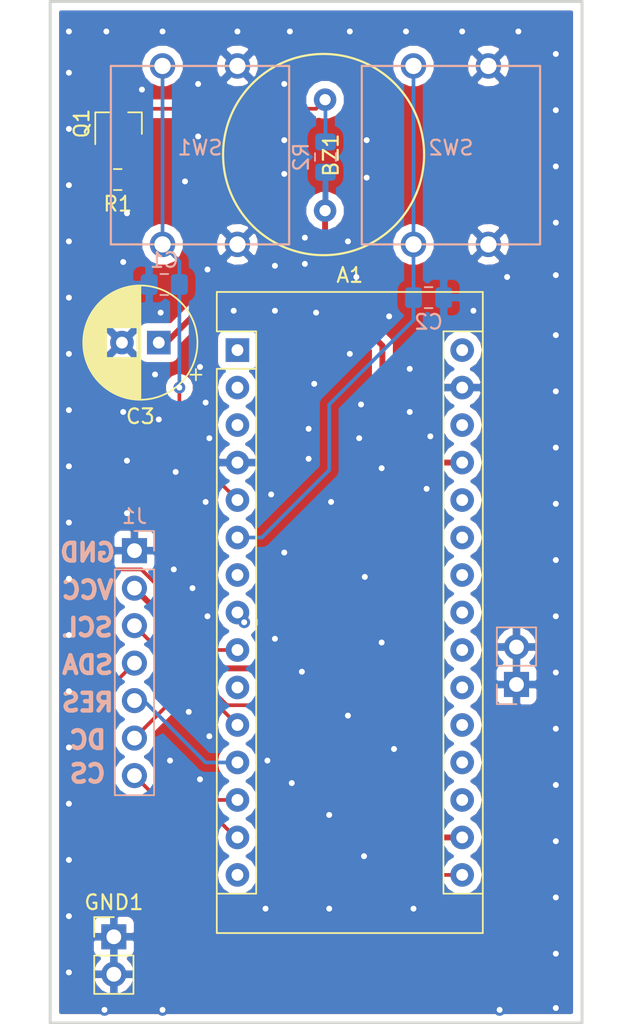
<source format=kicad_pcb>
(kicad_pcb (version 20171130) (host pcbnew "(5.0.1)-4")

  (general
    (thickness 1.6)
    (drawings 12)
    (tracks 191)
    (zones 0)
    (modules 13)
    (nets 31)
  )

  (page A4)
  (layers
    (0 F.Cu signal)
    (31 B.Cu signal)
    (32 B.Adhes user)
    (33 F.Adhes user)
    (34 B.Paste user)
    (35 F.Paste user)
    (36 B.SilkS user)
    (37 F.SilkS user)
    (38 B.Mask user)
    (39 F.Mask user)
    (40 Dwgs.User user)
    (41 Cmts.User user)
    (42 Eco1.User user)
    (43 Eco2.User user)
    (44 Edge.Cuts user)
    (45 Margin user)
    (46 B.CrtYd user)
    (47 F.CrtYd user)
    (48 B.Fab user)
    (49 F.Fab user)
  )

  (setup
    (last_trace_width 0.25)
    (trace_clearance 0.2)
    (zone_clearance 0.508)
    (zone_45_only no)
    (trace_min 0.2)
    (segment_width 0.2)
    (edge_width 0.15)
    (via_size 0.8)
    (via_drill 0.4)
    (via_min_size 0.4)
    (via_min_drill 0.3)
    (uvia_size 0.3)
    (uvia_drill 0.1)
    (uvias_allowed no)
    (uvia_min_size 0.2)
    (uvia_min_drill 0.1)
    (pcb_text_width 0.3)
    (pcb_text_size 1.5 1.5)
    (mod_edge_width 0.15)
    (mod_text_size 1 1)
    (mod_text_width 0.15)
    (pad_size 1.524 1.524)
    (pad_drill 0.762)
    (pad_to_mask_clearance 0.051)
    (solder_mask_min_width 0.25)
    (aux_axis_origin 0 0)
    (visible_elements 7FFFFFFF)
    (pcbplotparams
      (layerselection 0x010fc_ffffffff)
      (usegerberextensions false)
      (usegerberattributes false)
      (usegerberadvancedattributes false)
      (creategerberjobfile false)
      (excludeedgelayer true)
      (linewidth 0.100000)
      (plotframeref false)
      (viasonmask false)
      (mode 1)
      (useauxorigin false)
      (hpglpennumber 1)
      (hpglpenspeed 20)
      (hpglpendiameter 15.000000)
      (psnegative false)
      (psa4output false)
      (plotreference true)
      (plotvalue true)
      (plotinvisibletext false)
      (padsonsilk false)
      (subtractmaskfromsilk false)
      (outputformat 1)
      (mirror false)
      (drillshape 0)
      (scaleselection 1)
      (outputdirectory "./"))
  )

  (net 0 "")
  (net 1 "Net-(A1-Pad1)")
  (net 2 +3V3)
  (net 3 "Net-(A1-Pad2)")
  (net 4 "Net-(A1-Pad18)")
  (net 5 "Net-(A1-Pad3)")
  (net 6 "Net-(A1-Pad19)")
  (net 7 GND)
  (net 8 "Net-(A1-Pad20)")
  (net 9 "Net-(A1-Pad5)")
  (net 10 "Net-(A1-Pad21)")
  (net 11 "Net-(A1-Pad6)")
  (net 12 "Net-(A1-Pad22)")
  (net 13 "Net-(A1-Pad7)")
  (net 14 "Net-(A1-Pad23)")
  (net 15 "Net-(A1-Pad8)")
  (net 16 "Net-(A1-Pad24)")
  (net 17 "Net-(A1-Pad9)")
  (net 18 "Net-(A1-Pad25)")
  (net 19 "Net-(A1-Pad10)")
  (net 20 "Net-(A1-Pad26)")
  (net 21 "Net-(A1-Pad11)")
  (net 22 +5V)
  (net 23 "Net-(A1-Pad12)")
  (net 24 "Net-(A1-Pad28)")
  (net 25 "Net-(A1-Pad13)")
  (net 26 "Net-(A1-Pad14)")
  (net 27 "Net-(A1-Pad30)")
  (net 28 "Net-(A1-Pad15)")
  (net 29 "Net-(A1-Pad16)")
  (net 30 "Net-(BZ1-Pad2)")

  (net_class Default "This is the default net class."
    (clearance 0.2)
    (trace_width 0.25)
    (via_dia 0.8)
    (via_drill 0.4)
    (uvia_dia 0.3)
    (uvia_drill 0.1)
    (add_net "Net-(A1-Pad1)")
    (add_net "Net-(A1-Pad10)")
    (add_net "Net-(A1-Pad11)")
    (add_net "Net-(A1-Pad12)")
    (add_net "Net-(A1-Pad13)")
    (add_net "Net-(A1-Pad14)")
    (add_net "Net-(A1-Pad15)")
    (add_net "Net-(A1-Pad16)")
    (add_net "Net-(A1-Pad18)")
    (add_net "Net-(A1-Pad19)")
    (add_net "Net-(A1-Pad2)")
    (add_net "Net-(A1-Pad20)")
    (add_net "Net-(A1-Pad21)")
    (add_net "Net-(A1-Pad22)")
    (add_net "Net-(A1-Pad23)")
    (add_net "Net-(A1-Pad24)")
    (add_net "Net-(A1-Pad25)")
    (add_net "Net-(A1-Pad26)")
    (add_net "Net-(A1-Pad28)")
    (add_net "Net-(A1-Pad3)")
    (add_net "Net-(A1-Pad30)")
    (add_net "Net-(A1-Pad5)")
    (add_net "Net-(A1-Pad6)")
    (add_net "Net-(A1-Pad7)")
    (add_net "Net-(A1-Pad8)")
    (add_net "Net-(A1-Pad9)")
    (add_net "Net-(BZ1-Pad2)")
  )

  (net_class Voltage ""
    (clearance 0.2)
    (trace_width 0.4)
    (via_dia 0.8)
    (via_drill 0.4)
    (uvia_dia 0.3)
    (uvia_drill 0.1)
    (add_net +3V3)
    (add_net +5V)
    (add_net GND)
  )

  (module "SS_Connectors:Push Button 12x12mm" (layer B.Cu) (tedit 5C6EDBE6) (tstamp 5C875A90)
    (at 147.828 70.358)
    (path /5C6EEE95)
    (fp_text reference SW2 (at 0 -0.5) (layer B.SilkS)
      (effects (font (size 1 1) (thickness 0.15)) (justify mirror))
    )
    (fp_text value SW_Push_Dual (at 0 0.5) (layer B.Fab)
      (effects (font (size 1 1) (thickness 0.15)) (justify mirror))
    )
    (fp_line (start 6.0452 -6.0452) (end 6.0452 6.0452) (layer B.SilkS) (width 0.15))
    (fp_line (start -6.0452 -6.0452) (end 6.0452 -6.0452) (layer B.SilkS) (width 0.15))
    (fp_line (start -6.0452 6.0452) (end -6.0452 -6.0452) (layer B.SilkS) (width 0.15))
    (fp_line (start 6.0452 6.0452) (end -6.0452 6.0452) (layer B.SilkS) (width 0.15))
    (pad 4 thru_hole circle (at 2.54 -6.0452) (size 1.724 1.724) (drill 1.1) (layers *.Cu *.Mask)
      (net 7 GND))
    (pad 3 thru_hole circle (at -2.54 -6.0452) (size 1.724 1.724) (drill 1.1) (layers *.Cu *.Mask)
      (net 11 "Net-(A1-Pad6)"))
    (pad 2 thru_hole circle (at 2.54 6.0452) (size 1.724 1.724) (drill 1.1) (layers *.Cu *.Mask)
      (net 7 GND))
    (pad 1 thru_hole circle (at -2.54 6.0452) (size 1.724 1.724) (drill 1.1) (layers *.Cu *.Mask)
      (net 11 "Net-(A1-Pad6)"))
  )

  (module "SS_Connectors:Push Button 12x12mm" (layer B.Cu) (tedit 5C6EDBE6) (tstamp 5C875CF0)
    (at 130.81 70.358)
    (path /5C6EBFD0)
    (fp_text reference SW1 (at 0 -0.5) (layer B.SilkS)
      (effects (font (size 1 1) (thickness 0.15)) (justify mirror))
    )
    (fp_text value SW_Push_Dual (at 0 0.5) (layer B.Fab)
      (effects (font (size 1 1) (thickness 0.15)) (justify mirror))
    )
    (fp_line (start 6.0452 -6.0452) (end 6.0452 6.0452) (layer B.SilkS) (width 0.15))
    (fp_line (start -6.0452 -6.0452) (end 6.0452 -6.0452) (layer B.SilkS) (width 0.15))
    (fp_line (start -6.0452 6.0452) (end -6.0452 -6.0452) (layer B.SilkS) (width 0.15))
    (fp_line (start 6.0452 6.0452) (end -6.0452 6.0452) (layer B.SilkS) (width 0.15))
    (pad 4 thru_hole circle (at 2.54 -6.0452) (size 1.724 1.724) (drill 1.1) (layers *.Cu *.Mask)
      (net 7 GND))
    (pad 3 thru_hole circle (at -2.54 -6.0452) (size 1.724 1.724) (drill 1.1) (layers *.Cu *.Mask)
      (net 9 "Net-(A1-Pad5)"))
    (pad 2 thru_hole circle (at 2.54 6.0452) (size 1.724 1.724) (drill 1.1) (layers *.Cu *.Mask)
      (net 7 GND))
    (pad 1 thru_hole circle (at -2.54 6.0452) (size 1.724 1.724) (drill 1.1) (layers *.Cu *.Mask)
      (net 9 "Net-(A1-Pad5)"))
  )

  (module Module:Arduino_Nano (layer F.Cu) (tedit 58ACAF70) (tstamp 5D91B6A3)
    (at 133.35 83.566)
    (descr "Arduino Nano, http://www.mouser.com/pdfdocs/Gravitech_Arduino_Nano3_0.pdf")
    (tags "Arduino Nano")
    (path /5C6DAA22)
    (fp_text reference A1 (at 7.62 -5.08) (layer F.SilkS)
      (effects (font (size 1 1) (thickness 0.15)))
    )
    (fp_text value Arduino_Nano_v3.x (at 8.89 19.05 90) (layer F.Fab)
      (effects (font (size 1 1) (thickness 0.15)))
    )
    (fp_line (start 16.75 42.16) (end -1.53 42.16) (layer F.CrtYd) (width 0.05))
    (fp_line (start 16.75 42.16) (end 16.75 -4.06) (layer F.CrtYd) (width 0.05))
    (fp_line (start -1.53 -4.06) (end -1.53 42.16) (layer F.CrtYd) (width 0.05))
    (fp_line (start -1.53 -4.06) (end 16.75 -4.06) (layer F.CrtYd) (width 0.05))
    (fp_line (start 16.51 -3.81) (end 16.51 39.37) (layer F.Fab) (width 0.1))
    (fp_line (start 0 -3.81) (end 16.51 -3.81) (layer F.Fab) (width 0.1))
    (fp_line (start -1.27 -2.54) (end 0 -3.81) (layer F.Fab) (width 0.1))
    (fp_line (start -1.27 39.37) (end -1.27 -2.54) (layer F.Fab) (width 0.1))
    (fp_line (start 16.51 39.37) (end -1.27 39.37) (layer F.Fab) (width 0.1))
    (fp_line (start 16.64 -3.94) (end -1.4 -3.94) (layer F.SilkS) (width 0.12))
    (fp_line (start 16.64 39.5) (end 16.64 -3.94) (layer F.SilkS) (width 0.12))
    (fp_line (start -1.4 39.5) (end 16.64 39.5) (layer F.SilkS) (width 0.12))
    (fp_line (start 3.81 41.91) (end 3.81 31.75) (layer F.Fab) (width 0.1))
    (fp_line (start 11.43 41.91) (end 3.81 41.91) (layer F.Fab) (width 0.1))
    (fp_line (start 11.43 31.75) (end 11.43 41.91) (layer F.Fab) (width 0.1))
    (fp_line (start 3.81 31.75) (end 11.43 31.75) (layer F.Fab) (width 0.1))
    (fp_line (start 1.27 36.83) (end -1.4 36.83) (layer F.SilkS) (width 0.12))
    (fp_line (start 1.27 1.27) (end 1.27 36.83) (layer F.SilkS) (width 0.12))
    (fp_line (start 1.27 1.27) (end -1.4 1.27) (layer F.SilkS) (width 0.12))
    (fp_line (start 13.97 36.83) (end 16.64 36.83) (layer F.SilkS) (width 0.12))
    (fp_line (start 13.97 -1.27) (end 13.97 36.83) (layer F.SilkS) (width 0.12))
    (fp_line (start 13.97 -1.27) (end 16.64 -1.27) (layer F.SilkS) (width 0.12))
    (fp_line (start -1.4 -3.94) (end -1.4 -1.27) (layer F.SilkS) (width 0.12))
    (fp_line (start -1.4 1.27) (end -1.4 39.5) (layer F.SilkS) (width 0.12))
    (fp_line (start 1.27 -1.27) (end -1.4 -1.27) (layer F.SilkS) (width 0.12))
    (fp_line (start 1.27 1.27) (end 1.27 -1.27) (layer F.SilkS) (width 0.12))
    (fp_text user %R (at 6.35 19.05 90) (layer F.Fab)
      (effects (font (size 1 1) (thickness 0.15)))
    )
    (pad 16 thru_hole oval (at 15.24 35.56) (size 1.6 1.6) (drill 0.8) (layers *.Cu *.Mask)
      (net 29 "Net-(A1-Pad16)"))
    (pad 15 thru_hole oval (at 0 35.56) (size 1.6 1.6) (drill 0.8) (layers *.Cu *.Mask)
      (net 28 "Net-(A1-Pad15)"))
    (pad 30 thru_hole oval (at 15.24 0) (size 1.6 1.6) (drill 0.8) (layers *.Cu *.Mask)
      (net 27 "Net-(A1-Pad30)"))
    (pad 14 thru_hole oval (at 0 33.02) (size 1.6 1.6) (drill 0.8) (layers *.Cu *.Mask)
      (net 26 "Net-(A1-Pad14)"))
    (pad 29 thru_hole oval (at 15.24 2.54) (size 1.6 1.6) (drill 0.8) (layers *.Cu *.Mask)
      (net 7 GND))
    (pad 13 thru_hole oval (at 0 30.48) (size 1.6 1.6) (drill 0.8) (layers *.Cu *.Mask)
      (net 25 "Net-(A1-Pad13)"))
    (pad 28 thru_hole oval (at 15.24 5.08) (size 1.6 1.6) (drill 0.8) (layers *.Cu *.Mask)
      (net 24 "Net-(A1-Pad28)"))
    (pad 12 thru_hole oval (at 0 27.94) (size 1.6 1.6) (drill 0.8) (layers *.Cu *.Mask)
      (net 23 "Net-(A1-Pad12)"))
    (pad 27 thru_hole oval (at 15.24 7.62) (size 1.6 1.6) (drill 0.8) (layers *.Cu *.Mask)
      (net 22 +5V))
    (pad 11 thru_hole oval (at 0 25.4) (size 1.6 1.6) (drill 0.8) (layers *.Cu *.Mask)
      (net 21 "Net-(A1-Pad11)"))
    (pad 26 thru_hole oval (at 15.24 10.16) (size 1.6 1.6) (drill 0.8) (layers *.Cu *.Mask)
      (net 20 "Net-(A1-Pad26)"))
    (pad 10 thru_hole oval (at 0 22.86) (size 1.6 1.6) (drill 0.8) (layers *.Cu *.Mask)
      (net 19 "Net-(A1-Pad10)"))
    (pad 25 thru_hole oval (at 15.24 12.7) (size 1.6 1.6) (drill 0.8) (layers *.Cu *.Mask)
      (net 18 "Net-(A1-Pad25)"))
    (pad 9 thru_hole oval (at 0 20.32) (size 1.6 1.6) (drill 0.8) (layers *.Cu *.Mask)
      (net 17 "Net-(A1-Pad9)"))
    (pad 24 thru_hole oval (at 15.24 15.24) (size 1.6 1.6) (drill 0.8) (layers *.Cu *.Mask)
      (net 16 "Net-(A1-Pad24)"))
    (pad 8 thru_hole oval (at 0 17.78) (size 1.6 1.6) (drill 0.8) (layers *.Cu *.Mask)
      (net 15 "Net-(A1-Pad8)"))
    (pad 23 thru_hole oval (at 15.24 17.78) (size 1.6 1.6) (drill 0.8) (layers *.Cu *.Mask)
      (net 14 "Net-(A1-Pad23)"))
    (pad 7 thru_hole oval (at 0 15.24) (size 1.6 1.6) (drill 0.8) (layers *.Cu *.Mask)
      (net 13 "Net-(A1-Pad7)"))
    (pad 22 thru_hole oval (at 15.24 20.32) (size 1.6 1.6) (drill 0.8) (layers *.Cu *.Mask)
      (net 12 "Net-(A1-Pad22)"))
    (pad 6 thru_hole oval (at 0 12.7) (size 1.6 1.6) (drill 0.8) (layers *.Cu *.Mask)
      (net 11 "Net-(A1-Pad6)"))
    (pad 21 thru_hole oval (at 15.24 22.86) (size 1.6 1.6) (drill 0.8) (layers *.Cu *.Mask)
      (net 10 "Net-(A1-Pad21)"))
    (pad 5 thru_hole oval (at 0 10.16) (size 1.6 1.6) (drill 0.8) (layers *.Cu *.Mask)
      (net 9 "Net-(A1-Pad5)"))
    (pad 20 thru_hole oval (at 15.24 25.4) (size 1.6 1.6) (drill 0.8) (layers *.Cu *.Mask)
      (net 8 "Net-(A1-Pad20)"))
    (pad 4 thru_hole oval (at 0 7.62) (size 1.6 1.6) (drill 0.8) (layers *.Cu *.Mask)
      (net 7 GND))
    (pad 19 thru_hole oval (at 15.24 27.94) (size 1.6 1.6) (drill 0.8) (layers *.Cu *.Mask)
      (net 6 "Net-(A1-Pad19)"))
    (pad 3 thru_hole oval (at 0 5.08) (size 1.6 1.6) (drill 0.8) (layers *.Cu *.Mask)
      (net 5 "Net-(A1-Pad3)"))
    (pad 18 thru_hole oval (at 15.24 30.48) (size 1.6 1.6) (drill 0.8) (layers *.Cu *.Mask)
      (net 4 "Net-(A1-Pad18)"))
    (pad 2 thru_hole oval (at 0 2.54) (size 1.6 1.6) (drill 0.8) (layers *.Cu *.Mask)
      (net 3 "Net-(A1-Pad2)"))
    (pad 17 thru_hole oval (at 15.24 33.02) (size 1.6 1.6) (drill 0.8) (layers *.Cu *.Mask)
      (net 2 +3V3))
    (pad 1 thru_hole rect (at 0 0) (size 1.6 1.6) (drill 0.8) (layers *.Cu *.Mask)
      (net 1 "Net-(A1-Pad1)"))
    (model ${KISYS3DMOD}/Module.3dshapes/Arduino_Nano_WithMountingHoles.wrl
      (at (xyz 0 0 0))
      (scale (xyz 1 1 1))
      (rotate (xyz 0 0 0))
    )
  )

  (module Package_TO_SOT_SMD:SOT-23 (layer F.Cu) (tedit 5A02FF57) (tstamp 5C99F3D6)
    (at 125.288 68.215 90)
    (descr "SOT-23, Standard")
    (tags SOT-23)
    (path /5C6E893E)
    (attr smd)
    (fp_text reference Q1 (at 0 -2.5 90) (layer F.SilkS)
      (effects (font (size 1 1) (thickness 0.15)))
    )
    (fp_text value 2N7002 (at 0 2.5 90) (layer F.Fab)
      (effects (font (size 1 1) (thickness 0.15)))
    )
    (fp_line (start 0.76 1.58) (end -0.7 1.58) (layer F.SilkS) (width 0.12))
    (fp_line (start 0.76 -1.58) (end -1.4 -1.58) (layer F.SilkS) (width 0.12))
    (fp_line (start -1.7 1.75) (end -1.7 -1.75) (layer F.CrtYd) (width 0.05))
    (fp_line (start 1.7 1.75) (end -1.7 1.75) (layer F.CrtYd) (width 0.05))
    (fp_line (start 1.7 -1.75) (end 1.7 1.75) (layer F.CrtYd) (width 0.05))
    (fp_line (start -1.7 -1.75) (end 1.7 -1.75) (layer F.CrtYd) (width 0.05))
    (fp_line (start 0.76 -1.58) (end 0.76 -0.65) (layer F.SilkS) (width 0.12))
    (fp_line (start 0.76 1.58) (end 0.76 0.65) (layer F.SilkS) (width 0.12))
    (fp_line (start -0.7 1.52) (end 0.7 1.52) (layer F.Fab) (width 0.1))
    (fp_line (start 0.7 -1.52) (end 0.7 1.52) (layer F.Fab) (width 0.1))
    (fp_line (start -0.7 -0.95) (end -0.15 -1.52) (layer F.Fab) (width 0.1))
    (fp_line (start -0.15 -1.52) (end 0.7 -1.52) (layer F.Fab) (width 0.1))
    (fp_line (start -0.7 -0.95) (end -0.7 1.5) (layer F.Fab) (width 0.1))
    (fp_text user %R (at 0 0 180) (layer F.Fab)
      (effects (font (size 0.5 0.5) (thickness 0.075)))
    )
    (pad 3 smd rect (at 1 0 90) (size 0.9 0.8) (layers F.Cu F.Paste F.Mask)
      (net 30 "Net-(BZ1-Pad2)"))
    (pad 2 smd rect (at -1 0.95 90) (size 0.9 0.8) (layers F.Cu F.Paste F.Mask)
      (net 7 GND))
    (pad 1 smd rect (at -1 -0.95 90) (size 0.9 0.8) (layers F.Cu F.Paste F.Mask)
      (net 17 "Net-(A1-Pad9)"))
    (model ${KISYS3DMOD}/Package_TO_SOT_SMD.3dshapes/SOT-23.wrl
      (at (xyz 0 0 0))
      (scale (xyz 1 1 1))
      (rotate (xyz 0 0 0))
    )
  )

  (module Resistor_SMD:R_0805_2012Metric_Pad1.15x1.40mm_HandSolder (layer F.Cu) (tedit 5B36C52B) (tstamp 5C99E859)
    (at 125.231 72.009 180)
    (descr "Resistor SMD 0805 (2012 Metric), square (rectangular) end terminal, IPC_7351 nominal with elongated pad for handsoldering. (Body size source: https://docs.google.com/spreadsheets/d/1BsfQQcO9C6DZCsRaXUlFlo91Tg2WpOkGARC1WS5S8t0/edit?usp=sharing), generated with kicad-footprint-generator")
    (tags "resistor handsolder")
    (path /5C6EA0EF)
    (attr smd)
    (fp_text reference R1 (at 0 -1.65 180) (layer F.SilkS)
      (effects (font (size 1 1) (thickness 0.15)))
    )
    (fp_text value 10k (at 0 1.65 180) (layer F.Fab)
      (effects (font (size 1 1) (thickness 0.15)))
    )
    (fp_text user %R (at 0 0 180) (layer F.Fab)
      (effects (font (size 0.5 0.5) (thickness 0.08)))
    )
    (fp_line (start 1.85 0.95) (end -1.85 0.95) (layer F.CrtYd) (width 0.05))
    (fp_line (start 1.85 -0.95) (end 1.85 0.95) (layer F.CrtYd) (width 0.05))
    (fp_line (start -1.85 -0.95) (end 1.85 -0.95) (layer F.CrtYd) (width 0.05))
    (fp_line (start -1.85 0.95) (end -1.85 -0.95) (layer F.CrtYd) (width 0.05))
    (fp_line (start -0.261252 0.71) (end 0.261252 0.71) (layer F.SilkS) (width 0.12))
    (fp_line (start -0.261252 -0.71) (end 0.261252 -0.71) (layer F.SilkS) (width 0.12))
    (fp_line (start 1 0.6) (end -1 0.6) (layer F.Fab) (width 0.1))
    (fp_line (start 1 -0.6) (end 1 0.6) (layer F.Fab) (width 0.1))
    (fp_line (start -1 -0.6) (end 1 -0.6) (layer F.Fab) (width 0.1))
    (fp_line (start -1 0.6) (end -1 -0.6) (layer F.Fab) (width 0.1))
    (pad 2 smd roundrect (at 1.025 0 180) (size 1.15 1.4) (layers F.Cu F.Paste F.Mask) (roundrect_rratio 0.217391)
      (net 17 "Net-(A1-Pad9)"))
    (pad 1 smd roundrect (at -1.025 0 180) (size 1.15 1.4) (layers F.Cu F.Paste F.Mask) (roundrect_rratio 0.217391)
      (net 7 GND))
    (model ${KISYS3DMOD}/Resistor_SMD.3dshapes/R_0805_2012Metric.wrl
      (at (xyz 0 0 0))
      (scale (xyz 1 1 1))
      (rotate (xyz 0 0 0))
    )
  )

  (module Connector_PinHeader_2.54mm:PinHeader_1x07_P2.54mm_Vertical (layer B.Cu) (tedit 59FED5CC) (tstamp 5CDC6FBA)
    (at 126.365 97.155 180)
    (descr "Through hole straight pin header, 1x07, 2.54mm pitch, single row")
    (tags "Through hole pin header THT 1x07 2.54mm single row")
    (path /5C6DAAB6)
    (fp_text reference J1 (at 0 2.33 180) (layer B.SilkS)
      (effects (font (size 1 1) (thickness 0.15)) (justify mirror))
    )
    (fp_text value Conn_01x07_Female (at 0 -17.57 180) (layer B.Fab)
      (effects (font (size 1 1) (thickness 0.15)) (justify mirror))
    )
    (fp_text user %R (at 0 -7.62 90) (layer B.Fab)
      (effects (font (size 1 1) (thickness 0.15)) (justify mirror))
    )
    (fp_line (start 1.8 1.8) (end -1.8 1.8) (layer B.CrtYd) (width 0.05))
    (fp_line (start 1.8 -17.05) (end 1.8 1.8) (layer B.CrtYd) (width 0.05))
    (fp_line (start -1.8 -17.05) (end 1.8 -17.05) (layer B.CrtYd) (width 0.05))
    (fp_line (start -1.8 1.8) (end -1.8 -17.05) (layer B.CrtYd) (width 0.05))
    (fp_line (start -1.33 1.33) (end 0 1.33) (layer B.SilkS) (width 0.12))
    (fp_line (start -1.33 0) (end -1.33 1.33) (layer B.SilkS) (width 0.12))
    (fp_line (start -1.33 -1.27) (end 1.33 -1.27) (layer B.SilkS) (width 0.12))
    (fp_line (start 1.33 -1.27) (end 1.33 -16.57) (layer B.SilkS) (width 0.12))
    (fp_line (start -1.33 -1.27) (end -1.33 -16.57) (layer B.SilkS) (width 0.12))
    (fp_line (start -1.33 -16.57) (end 1.33 -16.57) (layer B.SilkS) (width 0.12))
    (fp_line (start -1.27 0.635) (end -0.635 1.27) (layer B.Fab) (width 0.1))
    (fp_line (start -1.27 -16.51) (end -1.27 0.635) (layer B.Fab) (width 0.1))
    (fp_line (start 1.27 -16.51) (end -1.27 -16.51) (layer B.Fab) (width 0.1))
    (fp_line (start 1.27 1.27) (end 1.27 -16.51) (layer B.Fab) (width 0.1))
    (fp_line (start -0.635 1.27) (end 1.27 1.27) (layer B.Fab) (width 0.1))
    (pad 7 thru_hole oval (at 0 -15.24 180) (size 1.7 1.7) (drill 1) (layers *.Cu *.Mask)
      (net 25 "Net-(A1-Pad13)"))
    (pad 6 thru_hole oval (at 0 -12.7 180) (size 1.7 1.7) (drill 1) (layers *.Cu *.Mask)
      (net 21 "Net-(A1-Pad11)"))
    (pad 5 thru_hole oval (at 0 -10.16 180) (size 1.7 1.7) (drill 1) (layers *.Cu *.Mask)
      (net 23 "Net-(A1-Pad12)"))
    (pad 4 thru_hole oval (at 0 -7.62 180) (size 1.7 1.7) (drill 1) (layers *.Cu *.Mask)
      (net 26 "Net-(A1-Pad14)"))
    (pad 3 thru_hole oval (at 0 -5.08 180) (size 1.7 1.7) (drill 1) (layers *.Cu *.Mask)
      (net 29 "Net-(A1-Pad16)"))
    (pad 2 thru_hole oval (at 0 -2.54 180) (size 1.7 1.7) (drill 1) (layers *.Cu *.Mask)
      (net 2 +3V3))
    (pad 1 thru_hole rect (at 0 0 180) (size 1.7 1.7) (drill 1) (layers *.Cu *.Mask)
      (net 7 GND))
    (model ${KISYS3DMOD}/Connector_PinHeader_2.54mm.3dshapes/PinHeader_1x07_P2.54mm_Vertical.wrl
      (at (xyz 0 0 0))
      (scale (xyz 1 1 1))
      (rotate (xyz 0 0 0))
    )
  )

  (module "SS_Connectors:Round Piezo 1" (layer F.Cu) (tedit 5C6EBF2F) (tstamp 5C7B3760)
    (at 139.192 70.358 90)
    (path /5C6E8171)
    (fp_text reference BZ1 (at 0 0.5 90) (layer F.SilkS)
      (effects (font (size 1 1) (thickness 0.15)))
    )
    (fp_text value Buzzer (at 0 -0.5 90) (layer F.Fab)
      (effects (font (size 1 1) (thickness 0.15)))
    )
    (fp_circle (center 0.041519 0) (end -6.765681 0.3556) (layer F.SilkS) (width 0.15))
    (pad 2 thru_hole circle (at 3.7592 0.1016 90) (size 1.524 1.524) (drill 0.762) (layers *.Cu *.Mask)
      (net 30 "Net-(BZ1-Pad2)"))
    (pad 1 thru_hole circle (at -3.7592 0.1016 90) (size 1.524 1.524) (drill 0.762) (layers *.Cu *.Mask)
      (net 22 +5V))
  )

  (module Capacitor_SMD:C_0805_2012Metric_Pad1.15x1.40mm_HandSolder (layer B.Cu) (tedit 5B36C52B) (tstamp 5C7B3771)
    (at 128.388 79.121 180)
    (descr "Capacitor SMD 0805 (2012 Metric), square (rectangular) end terminal, IPC_7351 nominal with elongated pad for handsoldering. (Body size source: https://docs.google.com/spreadsheets/d/1BsfQQcO9C6DZCsRaXUlFlo91Tg2WpOkGARC1WS5S8t0/edit?usp=sharing), generated with kicad-footprint-generator")
    (tags "capacitor handsolder")
    (path /5C9A3DB7)
    (attr smd)
    (fp_text reference C1 (at 0 1.65 180) (layer B.SilkS)
      (effects (font (size 1 1) (thickness 0.15)) (justify mirror))
    )
    (fp_text value 1nF (at 0 -1.65 180) (layer B.Fab)
      (effects (font (size 1 1) (thickness 0.15)) (justify mirror))
    )
    (fp_text user %R (at 0 0 180) (layer B.Fab)
      (effects (font (size 0.5 0.5) (thickness 0.08)) (justify mirror))
    )
    (fp_line (start 1.85 -0.95) (end -1.85 -0.95) (layer B.CrtYd) (width 0.05))
    (fp_line (start 1.85 0.95) (end 1.85 -0.95) (layer B.CrtYd) (width 0.05))
    (fp_line (start -1.85 0.95) (end 1.85 0.95) (layer B.CrtYd) (width 0.05))
    (fp_line (start -1.85 -0.95) (end -1.85 0.95) (layer B.CrtYd) (width 0.05))
    (fp_line (start -0.261252 -0.71) (end 0.261252 -0.71) (layer B.SilkS) (width 0.12))
    (fp_line (start -0.261252 0.71) (end 0.261252 0.71) (layer B.SilkS) (width 0.12))
    (fp_line (start 1 -0.6) (end -1 -0.6) (layer B.Fab) (width 0.1))
    (fp_line (start 1 0.6) (end 1 -0.6) (layer B.Fab) (width 0.1))
    (fp_line (start -1 0.6) (end 1 0.6) (layer B.Fab) (width 0.1))
    (fp_line (start -1 -0.6) (end -1 0.6) (layer B.Fab) (width 0.1))
    (pad 2 smd roundrect (at 1.025 0 180) (size 1.15 1.4) (layers B.Cu B.Paste B.Mask) (roundrect_rratio 0.217391)
      (net 7 GND))
    (pad 1 smd roundrect (at -1.025 0 180) (size 1.15 1.4) (layers B.Cu B.Paste B.Mask) (roundrect_rratio 0.217391)
      (net 9 "Net-(A1-Pad5)"))
    (model ${KISYS3DMOD}/Capacitor_SMD.3dshapes/C_0805_2012Metric.wrl
      (at (xyz 0 0 0))
      (scale (xyz 1 1 1))
      (rotate (xyz 0 0 0))
    )
  )

  (module Capacitor_SMD:C_0805_2012Metric_Pad1.15x1.40mm_HandSolder (layer B.Cu) (tedit 5B36C52B) (tstamp 5C875E07)
    (at 146.313 80.01)
    (descr "Capacitor SMD 0805 (2012 Metric), square (rectangular) end terminal, IPC_7351 nominal with elongated pad for handsoldering. (Body size source: https://docs.google.com/spreadsheets/d/1BsfQQcO9C6DZCsRaXUlFlo91Tg2WpOkGARC1WS5S8t0/edit?usp=sharing), generated with kicad-footprint-generator")
    (tags "capacitor handsolder")
    (path /5C6E88E7)
    (attr smd)
    (fp_text reference C2 (at 0 1.65) (layer B.SilkS)
      (effects (font (size 1 1) (thickness 0.15)) (justify mirror))
    )
    (fp_text value 1nF (at 0 -1.65) (layer B.Fab)
      (effects (font (size 1 1) (thickness 0.15)) (justify mirror))
    )
    (fp_text user %R (at 0 0) (layer B.Fab)
      (effects (font (size 0.5 0.5) (thickness 0.08)) (justify mirror))
    )
    (fp_line (start 1.85 -0.95) (end -1.85 -0.95) (layer B.CrtYd) (width 0.05))
    (fp_line (start 1.85 0.95) (end 1.85 -0.95) (layer B.CrtYd) (width 0.05))
    (fp_line (start -1.85 0.95) (end 1.85 0.95) (layer B.CrtYd) (width 0.05))
    (fp_line (start -1.85 -0.95) (end -1.85 0.95) (layer B.CrtYd) (width 0.05))
    (fp_line (start -0.261252 -0.71) (end 0.261252 -0.71) (layer B.SilkS) (width 0.12))
    (fp_line (start -0.261252 0.71) (end 0.261252 0.71) (layer B.SilkS) (width 0.12))
    (fp_line (start 1 -0.6) (end -1 -0.6) (layer B.Fab) (width 0.1))
    (fp_line (start 1 0.6) (end 1 -0.6) (layer B.Fab) (width 0.1))
    (fp_line (start -1 0.6) (end 1 0.6) (layer B.Fab) (width 0.1))
    (fp_line (start -1 -0.6) (end -1 0.6) (layer B.Fab) (width 0.1))
    (pad 2 smd roundrect (at 1.025 0) (size 1.15 1.4) (layers B.Cu B.Paste B.Mask) (roundrect_rratio 0.217391)
      (net 7 GND))
    (pad 1 smd roundrect (at -1.025 0) (size 1.15 1.4) (layers B.Cu B.Paste B.Mask) (roundrect_rratio 0.217391)
      (net 11 "Net-(A1-Pad6)"))
    (model ${KISYS3DMOD}/Capacitor_SMD.3dshapes/C_0805_2012Metric.wrl
      (at (xyz 0 0 0))
      (scale (xyz 1 1 1))
      (rotate (xyz 0 0 0))
    )
  )

  (module Connector_PinHeader_2.54mm:PinHeader_1x02_P2.54mm_Vertical (layer B.Cu) (tedit 59FED5CC) (tstamp 5C99E403)
    (at 152.273 106.2228)
    (descr "Through hole straight pin header, 1x02, 2.54mm pitch, single row")
    (tags "Through hole pin header THT 1x02 2.54mm single row")
    (path /5C6F23C0)
    (fp_text reference J2 (at 0 2.33) (layer B.SilkS) hide
      (effects (font (size 1 1) (thickness 0.15)) (justify mirror))
    )
    (fp_text value Conn_01x02_Female (at 0 -4.87) (layer B.Fab)
      (effects (font (size 1 1) (thickness 0.15)) (justify mirror))
    )
    (fp_text user %R (at 0 -1.27 -90) (layer B.Fab)
      (effects (font (size 1 1) (thickness 0.15)) (justify mirror))
    )
    (fp_line (start 1.8 1.8) (end -1.8 1.8) (layer B.CrtYd) (width 0.05))
    (fp_line (start 1.8 -4.35) (end 1.8 1.8) (layer B.CrtYd) (width 0.05))
    (fp_line (start -1.8 -4.35) (end 1.8 -4.35) (layer B.CrtYd) (width 0.05))
    (fp_line (start -1.8 1.8) (end -1.8 -4.35) (layer B.CrtYd) (width 0.05))
    (fp_line (start -1.33 1.33) (end 0 1.33) (layer B.SilkS) (width 0.12))
    (fp_line (start -1.33 0) (end -1.33 1.33) (layer B.SilkS) (width 0.12))
    (fp_line (start -1.33 -1.27) (end 1.33 -1.27) (layer B.SilkS) (width 0.12))
    (fp_line (start 1.33 -1.27) (end 1.33 -3.87) (layer B.SilkS) (width 0.12))
    (fp_line (start -1.33 -1.27) (end -1.33 -3.87) (layer B.SilkS) (width 0.12))
    (fp_line (start -1.33 -3.87) (end 1.33 -3.87) (layer B.SilkS) (width 0.12))
    (fp_line (start -1.27 0.635) (end -0.635 1.27) (layer B.Fab) (width 0.1))
    (fp_line (start -1.27 -3.81) (end -1.27 0.635) (layer B.Fab) (width 0.1))
    (fp_line (start 1.27 -3.81) (end -1.27 -3.81) (layer B.Fab) (width 0.1))
    (fp_line (start 1.27 1.27) (end 1.27 -3.81) (layer B.Fab) (width 0.1))
    (fp_line (start -0.635 1.27) (end 1.27 1.27) (layer B.Fab) (width 0.1))
    (pad 2 thru_hole oval (at 0 -2.54) (size 1.7 1.7) (drill 1) (layers *.Cu *.Mask)
      (net 7 GND))
    (pad 1 thru_hole rect (at 0 0) (size 1.7 1.7) (drill 1) (layers *.Cu *.Mask)
      (net 7 GND))
    (model ${KISYS3DMOD}/Connector_PinHeader_2.54mm.3dshapes/PinHeader_1x02_P2.54mm_Vertical.wrl
      (at (xyz 0 0 0))
      (scale (xyz 1 1 1))
      (rotate (xyz 0 0 0))
    )
  )

  (module Resistor_SMD:R_0805_2012Metric_Pad1.15x1.40mm_HandSolder (layer B.Cu) (tedit 5B36C52B) (tstamp 5C96624D)
    (at 139.319 70.485 270)
    (descr "Resistor SMD 0805 (2012 Metric), square (rectangular) end terminal, IPC_7351 nominal with elongated pad for handsoldering. (Body size source: https://docs.google.com/spreadsheets/d/1BsfQQcO9C6DZCsRaXUlFlo91Tg2WpOkGARC1WS5S8t0/edit?usp=sharing), generated with kicad-footprint-generator")
    (tags "resistor handsolder")
    (path /5C9AE1BE)
    (attr smd)
    (fp_text reference R2 (at 0 1.65 270) (layer B.SilkS)
      (effects (font (size 1 1) (thickness 0.15)) (justify mirror))
    )
    (fp_text value 1k (at 0 -1.65 270) (layer B.Fab)
      (effects (font (size 1 1) (thickness 0.15)) (justify mirror))
    )
    (fp_line (start -1 -0.6) (end -1 0.6) (layer B.Fab) (width 0.1))
    (fp_line (start -1 0.6) (end 1 0.6) (layer B.Fab) (width 0.1))
    (fp_line (start 1 0.6) (end 1 -0.6) (layer B.Fab) (width 0.1))
    (fp_line (start 1 -0.6) (end -1 -0.6) (layer B.Fab) (width 0.1))
    (fp_line (start -0.261252 0.71) (end 0.261252 0.71) (layer B.SilkS) (width 0.12))
    (fp_line (start -0.261252 -0.71) (end 0.261252 -0.71) (layer B.SilkS) (width 0.12))
    (fp_line (start -1.85 -0.95) (end -1.85 0.95) (layer B.CrtYd) (width 0.05))
    (fp_line (start -1.85 0.95) (end 1.85 0.95) (layer B.CrtYd) (width 0.05))
    (fp_line (start 1.85 0.95) (end 1.85 -0.95) (layer B.CrtYd) (width 0.05))
    (fp_line (start 1.85 -0.95) (end -1.85 -0.95) (layer B.CrtYd) (width 0.05))
    (fp_text user %R (at 0 0 270) (layer B.Fab)
      (effects (font (size 0.5 0.5) (thickness 0.08)) (justify mirror))
    )
    (pad 1 smd roundrect (at -1.025 0 270) (size 1.15 1.4) (layers B.Cu B.Paste B.Mask) (roundrect_rratio 0.217391)
      (net 30 "Net-(BZ1-Pad2)"))
    (pad 2 smd roundrect (at 1.025 0 270) (size 1.15 1.4) (layers B.Cu B.Paste B.Mask) (roundrect_rratio 0.217391)
      (net 22 +5V))
    (model ${KISYS3DMOD}/Resistor_SMD.3dshapes/R_0805_2012Metric.wrl
      (at (xyz 0 0 0))
      (scale (xyz 1 1 1))
      (rotate (xyz 0 0 0))
    )
  )

  (module Connector_PinHeader_2.54mm:PinHeader_1x02_P2.54mm_Vertical (layer F.Cu) (tedit 59FED5CC) (tstamp 5D91F710)
    (at 124.968 123.317)
    (descr "Through hole straight pin header, 1x02, 2.54mm pitch, single row")
    (tags "Through hole pin header THT 1x02 2.54mm single row")
    (path /5D857D76)
    (fp_text reference GND1 (at 0 -2.33) (layer F.SilkS)
      (effects (font (size 1 1) (thickness 0.15)))
    )
    (fp_text value Conn_01x02_Female (at 0 4.87) (layer F.Fab)
      (effects (font (size 1 1) (thickness 0.15)))
    )
    (fp_line (start -0.635 -1.27) (end 1.27 -1.27) (layer F.Fab) (width 0.1))
    (fp_line (start 1.27 -1.27) (end 1.27 3.81) (layer F.Fab) (width 0.1))
    (fp_line (start 1.27 3.81) (end -1.27 3.81) (layer F.Fab) (width 0.1))
    (fp_line (start -1.27 3.81) (end -1.27 -0.635) (layer F.Fab) (width 0.1))
    (fp_line (start -1.27 -0.635) (end -0.635 -1.27) (layer F.Fab) (width 0.1))
    (fp_line (start -1.33 3.87) (end 1.33 3.87) (layer F.SilkS) (width 0.12))
    (fp_line (start -1.33 1.27) (end -1.33 3.87) (layer F.SilkS) (width 0.12))
    (fp_line (start 1.33 1.27) (end 1.33 3.87) (layer F.SilkS) (width 0.12))
    (fp_line (start -1.33 1.27) (end 1.33 1.27) (layer F.SilkS) (width 0.12))
    (fp_line (start -1.33 0) (end -1.33 -1.33) (layer F.SilkS) (width 0.12))
    (fp_line (start -1.33 -1.33) (end 0 -1.33) (layer F.SilkS) (width 0.12))
    (fp_line (start -1.8 -1.8) (end -1.8 4.35) (layer F.CrtYd) (width 0.05))
    (fp_line (start -1.8 4.35) (end 1.8 4.35) (layer F.CrtYd) (width 0.05))
    (fp_line (start 1.8 4.35) (end 1.8 -1.8) (layer F.CrtYd) (width 0.05))
    (fp_line (start 1.8 -1.8) (end -1.8 -1.8) (layer F.CrtYd) (width 0.05))
    (fp_text user %R (at 0 1.27 90) (layer F.Fab)
      (effects (font (size 1 1) (thickness 0.15)))
    )
    (pad 1 thru_hole rect (at 0 0) (size 1.7 1.7) (drill 1) (layers *.Cu *.Mask)
      (net 7 GND))
    (pad 2 thru_hole oval (at 0 2.54) (size 1.7 1.7) (drill 1) (layers *.Cu *.Mask)
      (net 7 GND))
    (model ${KISYS3DMOD}/Connector_PinHeader_2.54mm.3dshapes/PinHeader_1x02_P2.54mm_Vertical.wrl
      (at (xyz 0 0 0))
      (scale (xyz 1 1 1))
      (rotate (xyz 0 0 0))
    )
  )

  (module Capacitor_THT:CP_Radial_D7.5mm_P2.50mm (layer F.Cu) (tedit 5AE50EF0) (tstamp 5D9E0D53)
    (at 128.016 83.058 180)
    (descr "CP, Radial series, Radial, pin pitch=2.50mm, , diameter=7.5mm, Electrolytic Capacitor")
    (tags "CP Radial series Radial pin pitch 2.50mm  diameter 7.5mm Electrolytic Capacitor")
    (path /5D84E84F)
    (fp_text reference C3 (at 1.25 -5 180) (layer F.SilkS)
      (effects (font (size 1 1) (thickness 0.15)))
    )
    (fp_text value 1000uF (at 1.25 5 180) (layer F.Fab)
      (effects (font (size 1 1) (thickness 0.15)))
    )
    (fp_circle (center 1.25 0) (end 5 0) (layer F.Fab) (width 0.1))
    (fp_circle (center 1.25 0) (end 5.12 0) (layer F.SilkS) (width 0.12))
    (fp_circle (center 1.25 0) (end 5.25 0) (layer F.CrtYd) (width 0.05))
    (fp_line (start -1.961233 -1.6375) (end -1.211233 -1.6375) (layer F.Fab) (width 0.1))
    (fp_line (start -1.586233 -2.0125) (end -1.586233 -1.2625) (layer F.Fab) (width 0.1))
    (fp_line (start 1.25 -3.83) (end 1.25 3.83) (layer F.SilkS) (width 0.12))
    (fp_line (start 1.29 -3.83) (end 1.29 3.83) (layer F.SilkS) (width 0.12))
    (fp_line (start 1.33 -3.83) (end 1.33 3.83) (layer F.SilkS) (width 0.12))
    (fp_line (start 1.37 -3.829) (end 1.37 3.829) (layer F.SilkS) (width 0.12))
    (fp_line (start 1.41 -3.827) (end 1.41 3.827) (layer F.SilkS) (width 0.12))
    (fp_line (start 1.45 -3.825) (end 1.45 3.825) (layer F.SilkS) (width 0.12))
    (fp_line (start 1.49 -3.823) (end 1.49 -1.04) (layer F.SilkS) (width 0.12))
    (fp_line (start 1.49 1.04) (end 1.49 3.823) (layer F.SilkS) (width 0.12))
    (fp_line (start 1.53 -3.82) (end 1.53 -1.04) (layer F.SilkS) (width 0.12))
    (fp_line (start 1.53 1.04) (end 1.53 3.82) (layer F.SilkS) (width 0.12))
    (fp_line (start 1.57 -3.817) (end 1.57 -1.04) (layer F.SilkS) (width 0.12))
    (fp_line (start 1.57 1.04) (end 1.57 3.817) (layer F.SilkS) (width 0.12))
    (fp_line (start 1.61 -3.814) (end 1.61 -1.04) (layer F.SilkS) (width 0.12))
    (fp_line (start 1.61 1.04) (end 1.61 3.814) (layer F.SilkS) (width 0.12))
    (fp_line (start 1.65 -3.81) (end 1.65 -1.04) (layer F.SilkS) (width 0.12))
    (fp_line (start 1.65 1.04) (end 1.65 3.81) (layer F.SilkS) (width 0.12))
    (fp_line (start 1.69 -3.805) (end 1.69 -1.04) (layer F.SilkS) (width 0.12))
    (fp_line (start 1.69 1.04) (end 1.69 3.805) (layer F.SilkS) (width 0.12))
    (fp_line (start 1.73 -3.801) (end 1.73 -1.04) (layer F.SilkS) (width 0.12))
    (fp_line (start 1.73 1.04) (end 1.73 3.801) (layer F.SilkS) (width 0.12))
    (fp_line (start 1.77 -3.795) (end 1.77 -1.04) (layer F.SilkS) (width 0.12))
    (fp_line (start 1.77 1.04) (end 1.77 3.795) (layer F.SilkS) (width 0.12))
    (fp_line (start 1.81 -3.79) (end 1.81 -1.04) (layer F.SilkS) (width 0.12))
    (fp_line (start 1.81 1.04) (end 1.81 3.79) (layer F.SilkS) (width 0.12))
    (fp_line (start 1.85 -3.784) (end 1.85 -1.04) (layer F.SilkS) (width 0.12))
    (fp_line (start 1.85 1.04) (end 1.85 3.784) (layer F.SilkS) (width 0.12))
    (fp_line (start 1.89 -3.777) (end 1.89 -1.04) (layer F.SilkS) (width 0.12))
    (fp_line (start 1.89 1.04) (end 1.89 3.777) (layer F.SilkS) (width 0.12))
    (fp_line (start 1.93 -3.77) (end 1.93 -1.04) (layer F.SilkS) (width 0.12))
    (fp_line (start 1.93 1.04) (end 1.93 3.77) (layer F.SilkS) (width 0.12))
    (fp_line (start 1.971 -3.763) (end 1.971 -1.04) (layer F.SilkS) (width 0.12))
    (fp_line (start 1.971 1.04) (end 1.971 3.763) (layer F.SilkS) (width 0.12))
    (fp_line (start 2.011 -3.755) (end 2.011 -1.04) (layer F.SilkS) (width 0.12))
    (fp_line (start 2.011 1.04) (end 2.011 3.755) (layer F.SilkS) (width 0.12))
    (fp_line (start 2.051 -3.747) (end 2.051 -1.04) (layer F.SilkS) (width 0.12))
    (fp_line (start 2.051 1.04) (end 2.051 3.747) (layer F.SilkS) (width 0.12))
    (fp_line (start 2.091 -3.738) (end 2.091 -1.04) (layer F.SilkS) (width 0.12))
    (fp_line (start 2.091 1.04) (end 2.091 3.738) (layer F.SilkS) (width 0.12))
    (fp_line (start 2.131 -3.729) (end 2.131 -1.04) (layer F.SilkS) (width 0.12))
    (fp_line (start 2.131 1.04) (end 2.131 3.729) (layer F.SilkS) (width 0.12))
    (fp_line (start 2.171 -3.72) (end 2.171 -1.04) (layer F.SilkS) (width 0.12))
    (fp_line (start 2.171 1.04) (end 2.171 3.72) (layer F.SilkS) (width 0.12))
    (fp_line (start 2.211 -3.71) (end 2.211 -1.04) (layer F.SilkS) (width 0.12))
    (fp_line (start 2.211 1.04) (end 2.211 3.71) (layer F.SilkS) (width 0.12))
    (fp_line (start 2.251 -3.699) (end 2.251 -1.04) (layer F.SilkS) (width 0.12))
    (fp_line (start 2.251 1.04) (end 2.251 3.699) (layer F.SilkS) (width 0.12))
    (fp_line (start 2.291 -3.688) (end 2.291 -1.04) (layer F.SilkS) (width 0.12))
    (fp_line (start 2.291 1.04) (end 2.291 3.688) (layer F.SilkS) (width 0.12))
    (fp_line (start 2.331 -3.677) (end 2.331 -1.04) (layer F.SilkS) (width 0.12))
    (fp_line (start 2.331 1.04) (end 2.331 3.677) (layer F.SilkS) (width 0.12))
    (fp_line (start 2.371 -3.665) (end 2.371 -1.04) (layer F.SilkS) (width 0.12))
    (fp_line (start 2.371 1.04) (end 2.371 3.665) (layer F.SilkS) (width 0.12))
    (fp_line (start 2.411 -3.653) (end 2.411 -1.04) (layer F.SilkS) (width 0.12))
    (fp_line (start 2.411 1.04) (end 2.411 3.653) (layer F.SilkS) (width 0.12))
    (fp_line (start 2.451 -3.64) (end 2.451 -1.04) (layer F.SilkS) (width 0.12))
    (fp_line (start 2.451 1.04) (end 2.451 3.64) (layer F.SilkS) (width 0.12))
    (fp_line (start 2.491 -3.626) (end 2.491 -1.04) (layer F.SilkS) (width 0.12))
    (fp_line (start 2.491 1.04) (end 2.491 3.626) (layer F.SilkS) (width 0.12))
    (fp_line (start 2.531 -3.613) (end 2.531 -1.04) (layer F.SilkS) (width 0.12))
    (fp_line (start 2.531 1.04) (end 2.531 3.613) (layer F.SilkS) (width 0.12))
    (fp_line (start 2.571 -3.598) (end 2.571 -1.04) (layer F.SilkS) (width 0.12))
    (fp_line (start 2.571 1.04) (end 2.571 3.598) (layer F.SilkS) (width 0.12))
    (fp_line (start 2.611 -3.584) (end 2.611 -1.04) (layer F.SilkS) (width 0.12))
    (fp_line (start 2.611 1.04) (end 2.611 3.584) (layer F.SilkS) (width 0.12))
    (fp_line (start 2.651 -3.568) (end 2.651 -1.04) (layer F.SilkS) (width 0.12))
    (fp_line (start 2.651 1.04) (end 2.651 3.568) (layer F.SilkS) (width 0.12))
    (fp_line (start 2.691 -3.553) (end 2.691 -1.04) (layer F.SilkS) (width 0.12))
    (fp_line (start 2.691 1.04) (end 2.691 3.553) (layer F.SilkS) (width 0.12))
    (fp_line (start 2.731 -3.536) (end 2.731 -1.04) (layer F.SilkS) (width 0.12))
    (fp_line (start 2.731 1.04) (end 2.731 3.536) (layer F.SilkS) (width 0.12))
    (fp_line (start 2.771 -3.52) (end 2.771 -1.04) (layer F.SilkS) (width 0.12))
    (fp_line (start 2.771 1.04) (end 2.771 3.52) (layer F.SilkS) (width 0.12))
    (fp_line (start 2.811 -3.502) (end 2.811 -1.04) (layer F.SilkS) (width 0.12))
    (fp_line (start 2.811 1.04) (end 2.811 3.502) (layer F.SilkS) (width 0.12))
    (fp_line (start 2.851 -3.484) (end 2.851 -1.04) (layer F.SilkS) (width 0.12))
    (fp_line (start 2.851 1.04) (end 2.851 3.484) (layer F.SilkS) (width 0.12))
    (fp_line (start 2.891 -3.466) (end 2.891 -1.04) (layer F.SilkS) (width 0.12))
    (fp_line (start 2.891 1.04) (end 2.891 3.466) (layer F.SilkS) (width 0.12))
    (fp_line (start 2.931 -3.447) (end 2.931 -1.04) (layer F.SilkS) (width 0.12))
    (fp_line (start 2.931 1.04) (end 2.931 3.447) (layer F.SilkS) (width 0.12))
    (fp_line (start 2.971 -3.427) (end 2.971 -1.04) (layer F.SilkS) (width 0.12))
    (fp_line (start 2.971 1.04) (end 2.971 3.427) (layer F.SilkS) (width 0.12))
    (fp_line (start 3.011 -3.407) (end 3.011 -1.04) (layer F.SilkS) (width 0.12))
    (fp_line (start 3.011 1.04) (end 3.011 3.407) (layer F.SilkS) (width 0.12))
    (fp_line (start 3.051 -3.386) (end 3.051 -1.04) (layer F.SilkS) (width 0.12))
    (fp_line (start 3.051 1.04) (end 3.051 3.386) (layer F.SilkS) (width 0.12))
    (fp_line (start 3.091 -3.365) (end 3.091 -1.04) (layer F.SilkS) (width 0.12))
    (fp_line (start 3.091 1.04) (end 3.091 3.365) (layer F.SilkS) (width 0.12))
    (fp_line (start 3.131 -3.343) (end 3.131 -1.04) (layer F.SilkS) (width 0.12))
    (fp_line (start 3.131 1.04) (end 3.131 3.343) (layer F.SilkS) (width 0.12))
    (fp_line (start 3.171 -3.321) (end 3.171 -1.04) (layer F.SilkS) (width 0.12))
    (fp_line (start 3.171 1.04) (end 3.171 3.321) (layer F.SilkS) (width 0.12))
    (fp_line (start 3.211 -3.297) (end 3.211 -1.04) (layer F.SilkS) (width 0.12))
    (fp_line (start 3.211 1.04) (end 3.211 3.297) (layer F.SilkS) (width 0.12))
    (fp_line (start 3.251 -3.274) (end 3.251 -1.04) (layer F.SilkS) (width 0.12))
    (fp_line (start 3.251 1.04) (end 3.251 3.274) (layer F.SilkS) (width 0.12))
    (fp_line (start 3.291 -3.249) (end 3.291 -1.04) (layer F.SilkS) (width 0.12))
    (fp_line (start 3.291 1.04) (end 3.291 3.249) (layer F.SilkS) (width 0.12))
    (fp_line (start 3.331 -3.224) (end 3.331 -1.04) (layer F.SilkS) (width 0.12))
    (fp_line (start 3.331 1.04) (end 3.331 3.224) (layer F.SilkS) (width 0.12))
    (fp_line (start 3.371 -3.198) (end 3.371 -1.04) (layer F.SilkS) (width 0.12))
    (fp_line (start 3.371 1.04) (end 3.371 3.198) (layer F.SilkS) (width 0.12))
    (fp_line (start 3.411 -3.172) (end 3.411 -1.04) (layer F.SilkS) (width 0.12))
    (fp_line (start 3.411 1.04) (end 3.411 3.172) (layer F.SilkS) (width 0.12))
    (fp_line (start 3.451 -3.144) (end 3.451 -1.04) (layer F.SilkS) (width 0.12))
    (fp_line (start 3.451 1.04) (end 3.451 3.144) (layer F.SilkS) (width 0.12))
    (fp_line (start 3.491 -3.116) (end 3.491 -1.04) (layer F.SilkS) (width 0.12))
    (fp_line (start 3.491 1.04) (end 3.491 3.116) (layer F.SilkS) (width 0.12))
    (fp_line (start 3.531 -3.088) (end 3.531 -1.04) (layer F.SilkS) (width 0.12))
    (fp_line (start 3.531 1.04) (end 3.531 3.088) (layer F.SilkS) (width 0.12))
    (fp_line (start 3.571 -3.058) (end 3.571 3.058) (layer F.SilkS) (width 0.12))
    (fp_line (start 3.611 -3.028) (end 3.611 3.028) (layer F.SilkS) (width 0.12))
    (fp_line (start 3.651 -2.996) (end 3.651 2.996) (layer F.SilkS) (width 0.12))
    (fp_line (start 3.691 -2.964) (end 3.691 2.964) (layer F.SilkS) (width 0.12))
    (fp_line (start 3.731 -2.931) (end 3.731 2.931) (layer F.SilkS) (width 0.12))
    (fp_line (start 3.771 -2.898) (end 3.771 2.898) (layer F.SilkS) (width 0.12))
    (fp_line (start 3.811 -2.863) (end 3.811 2.863) (layer F.SilkS) (width 0.12))
    (fp_line (start 3.851 -2.827) (end 3.851 2.827) (layer F.SilkS) (width 0.12))
    (fp_line (start 3.891 -2.79) (end 3.891 2.79) (layer F.SilkS) (width 0.12))
    (fp_line (start 3.931 -2.752) (end 3.931 2.752) (layer F.SilkS) (width 0.12))
    (fp_line (start 3.971 -2.713) (end 3.971 2.713) (layer F.SilkS) (width 0.12))
    (fp_line (start 4.011 -2.673) (end 4.011 2.673) (layer F.SilkS) (width 0.12))
    (fp_line (start 4.051 -2.632) (end 4.051 2.632) (layer F.SilkS) (width 0.12))
    (fp_line (start 4.091 -2.589) (end 4.091 2.589) (layer F.SilkS) (width 0.12))
    (fp_line (start 4.131 -2.546) (end 4.131 2.546) (layer F.SilkS) (width 0.12))
    (fp_line (start 4.171 -2.5) (end 4.171 2.5) (layer F.SilkS) (width 0.12))
    (fp_line (start 4.211 -2.454) (end 4.211 2.454) (layer F.SilkS) (width 0.12))
    (fp_line (start 4.251 -2.405) (end 4.251 2.405) (layer F.SilkS) (width 0.12))
    (fp_line (start 4.291 -2.355) (end 4.291 2.355) (layer F.SilkS) (width 0.12))
    (fp_line (start 4.331 -2.304) (end 4.331 2.304) (layer F.SilkS) (width 0.12))
    (fp_line (start 4.371 -2.25) (end 4.371 2.25) (layer F.SilkS) (width 0.12))
    (fp_line (start 4.411 -2.195) (end 4.411 2.195) (layer F.SilkS) (width 0.12))
    (fp_line (start 4.451 -2.137) (end 4.451 2.137) (layer F.SilkS) (width 0.12))
    (fp_line (start 4.491 -2.077) (end 4.491 2.077) (layer F.SilkS) (width 0.12))
    (fp_line (start 4.531 -2.014) (end 4.531 2.014) (layer F.SilkS) (width 0.12))
    (fp_line (start 4.571 -1.949) (end 4.571 1.949) (layer F.SilkS) (width 0.12))
    (fp_line (start 4.611 -1.881) (end 4.611 1.881) (layer F.SilkS) (width 0.12))
    (fp_line (start 4.651 -1.809) (end 4.651 1.809) (layer F.SilkS) (width 0.12))
    (fp_line (start 4.691 -1.733) (end 4.691 1.733) (layer F.SilkS) (width 0.12))
    (fp_line (start 4.731 -1.654) (end 4.731 1.654) (layer F.SilkS) (width 0.12))
    (fp_line (start 4.771 -1.569) (end 4.771 1.569) (layer F.SilkS) (width 0.12))
    (fp_line (start 4.811 -1.478) (end 4.811 1.478) (layer F.SilkS) (width 0.12))
    (fp_line (start 4.851 -1.381) (end 4.851 1.381) (layer F.SilkS) (width 0.12))
    (fp_line (start 4.891 -1.275) (end 4.891 1.275) (layer F.SilkS) (width 0.12))
    (fp_line (start 4.931 -1.158) (end 4.931 1.158) (layer F.SilkS) (width 0.12))
    (fp_line (start 4.971 -1.028) (end 4.971 1.028) (layer F.SilkS) (width 0.12))
    (fp_line (start 5.011 -0.877) (end 5.011 0.877) (layer F.SilkS) (width 0.12))
    (fp_line (start 5.051 -0.693) (end 5.051 0.693) (layer F.SilkS) (width 0.12))
    (fp_line (start 5.091 -0.441) (end 5.091 0.441) (layer F.SilkS) (width 0.12))
    (fp_line (start -2.892211 -2.175) (end -2.142211 -2.175) (layer F.SilkS) (width 0.12))
    (fp_line (start -2.517211 -2.55) (end -2.517211 -1.8) (layer F.SilkS) (width 0.12))
    (fp_text user %R (at 1.25 0 180) (layer F.Fab)
      (effects (font (size 1 1) (thickness 0.15)))
    )
    (pad 1 thru_hole rect (at 0 0 180) (size 1.6 1.6) (drill 0.8) (layers *.Cu *.Mask)
      (net 22 +5V))
    (pad 2 thru_hole circle (at 2.5 0 180) (size 1.6 1.6) (drill 0.8) (layers *.Cu *.Mask)
      (net 7 GND))
    (model ${KISYS3DMOD}/Capacitor_THT.3dshapes/CP_Radial_D7.5mm_P2.50mm.wrl
      (at (xyz 0 0 0))
      (scale (xyz 1 1 1))
      (rotate (xyz 0 0 0))
    )
  )

  (gr_text VCC (at 123.19 99.822) (layer B.SilkS) (tstamp 5C99FE67)
    (effects (font (size 1.2 1.2) (thickness 0.3)) (justify mirror))
  )
  (gr_text CS (at 123.19 112.268) (layer B.SilkS) (tstamp 5C99FE5F)
    (effects (font (size 1.2 1.2) (thickness 0.3)) (justify mirror))
  )
  (gr_text DC (at 123.19 109.982) (layer B.SilkS) (tstamp 5C99FE5D)
    (effects (font (size 1.2 1.2) (thickness 0.3)) (justify mirror))
  )
  (gr_text RES (at 123.19 107.442) (layer B.SilkS) (tstamp 5C99FE5B)
    (effects (font (size 1.2 1.2) (thickness 0.3)) (justify mirror))
  )
  (gr_text SDA (at 123.19 104.902) (layer B.SilkS) (tstamp 5C99FE59)
    (effects (font (size 1.2 1.2) (thickness 0.3)) (justify mirror))
  )
  (gr_text SCL (at 123.19 102.362) (layer B.SilkS) (tstamp 5C99FE54)
    (effects (font (size 1.2 1.2) (thickness 0.3)) (justify mirror))
  )
  (gr_text GND (at 123.19 97.282) (layer B.SilkS)
    (effects (font (size 1.2 1.2) (thickness 0.3)) (justify mirror))
  )
  (gr_text "Tea Timer v1.1\n- Sami Sorell -" (at 139.065 125.222) (layer B.Mask) (tstamp 5C99FCB0)
    (effects (font (size 1.5 1.5) (thickness 0.3)) (justify mirror))
  )
  (gr_line (start 120.65 129.159) (end 120.65 59.944) (layer Edge.Cuts) (width 0.2))
  (gr_line (start 156.718 129.159) (end 120.65 129.159) (layer Edge.Cuts) (width 0.2))
  (gr_line (start 156.718 59.944) (end 156.718 129.159) (layer Edge.Cuts) (width 0.2))
  (gr_line (start 120.65 59.944) (end 156.718 59.944) (layer Edge.Cuts) (width 0.2))

  (segment (start 128.27 101.6) (end 126.365 99.695) (width 0.4) (layer F.Cu) (net 2))
  (segment (start 128.27 102.743) (end 128.27 101.6) (width 0.4) (layer F.Cu) (net 2))
  (segment (start 130.6576 105.1306) (end 128.27 102.743) (width 0.4) (layer F.Cu) (net 2))
  (segment (start 146.558 116.586) (end 135.1026 105.1306) (width 0.4) (layer F.Cu) (net 2))
  (segment (start 135.1026 105.1306) (end 130.6576 105.1306) (width 0.4) (layer F.Cu) (net 2))
  (segment (start 146.558 116.586) (end 148.59 116.586) (width 0.4) (layer F.Cu) (net 2))
  (via (at 145.034 87.757) (size 0.8) (drill 0.4) (layers F.Cu B.Cu) (net 7))
  (via (at 141.4145 78.613) (size 0.8) (drill 0.4) (layers F.Cu B.Cu) (net 7))
  (via (at 140.843 76.2) (size 0.8) (drill 0.4) (layers F.Cu B.Cu) (net 7))
  (via (at 154.94 63.5) (size 0.8) (drill 0.4) (layers F.Cu B.Cu) (net 7))
  (via (at 154.94 67.31) (size 0.8) (drill 0.4) (layers F.Cu B.Cu) (net 7))
  (via (at 154.94 71.12) (size 0.8) (drill 0.4) (layers F.Cu B.Cu) (net 7))
  (via (at 154.94 74.93) (size 0.8) (drill 0.4) (layers F.Cu B.Cu) (net 7))
  (via (at 154.94 78.486) (size 0.8) (drill 0.4) (layers F.Cu B.Cu) (net 7))
  (via (at 154.94 101.6) (size 0.8) (drill 0.4) (layers F.Cu B.Cu) (net 7))
  (via (at 154.94 105.41) (size 0.8) (drill 0.4) (layers F.Cu B.Cu) (net 7))
  (via (at 154.94 109.22) (size 0.8) (drill 0.4) (layers F.Cu B.Cu) (net 7))
  (via (at 154.94 113.03) (size 0.8) (drill 0.4) (layers F.Cu B.Cu) (net 7))
  (via (at 154.94 116.84) (size 0.8) (drill 0.4) (layers F.Cu B.Cu) (net 7))
  (via (at 154.94 120.65) (size 0.8) (drill 0.4) (layers F.Cu B.Cu) (net 7))
  (via (at 154.94 124.46) (size 0.8) (drill 0.4) (layers F.Cu B.Cu) (net 7))
  (via (at 154.94 128.143) (size 0.8) (drill 0.4) (layers F.Cu B.Cu) (net 7))
  (via (at 151.13 128.27) (size 0.8) (drill 0.4) (layers F.Cu B.Cu) (net 7))
  (via (at 145.288 121.412) (size 0.8) (drill 0.4) (layers F.Cu B.Cu) (net 7))
  (via (at 139.573 121.412) (size 0.8) (drill 0.4) (layers F.Cu B.Cu) (net 7))
  (via (at 135.255 121.412) (size 0.8) (drill 0.4) (layers F.Cu B.Cu) (net 7))
  (via (at 128.27 128.27) (size 0.8) (drill 0.4) (layers F.Cu B.Cu) (net 7))
  (via (at 124.333 128.27) (size 0.8) (drill 0.4) (layers F.Cu B.Cu) (net 7))
  (via (at 121.92 125.73) (size 0.8) (drill 0.4) (layers F.Cu B.Cu) (net 7))
  (via (at 152.4 61.976) (size 0.8) (drill 0.4) (layers F.Cu B.Cu) (net 7))
  (via (at 148.59 61.976) (size 0.8) (drill 0.4) (layers F.Cu B.Cu) (net 7))
  (via (at 144.78 61.976) (size 0.8) (drill 0.4) (layers F.Cu B.Cu) (net 7))
  (via (at 140.97 61.976) (size 0.8) (drill 0.4) (layers F.Cu B.Cu) (net 7))
  (via (at 136.906 61.976) (size 0.8) (drill 0.4) (layers F.Cu B.Cu) (net 7))
  (via (at 133.35 61.976) (size 0.8) (drill 0.4) (layers F.Cu B.Cu) (net 7))
  (via (at 128.27 61.976) (size 0.8) (drill 0.4) (layers F.Cu B.Cu) (net 7))
  (via (at 124.46 61.976) (size 0.8) (drill 0.4) (layers F.Cu B.Cu) (net 7) (tstamp 5C99F1F3))
  (via (at 121.92 61.976) (size 0.8) (drill 0.4) (layers F.Cu B.Cu) (net 7))
  (via (at 121.92 64.77) (size 0.8) (drill 0.4) (layers F.Cu B.Cu) (net 7))
  (via (at 121.92 68.58) (size 0.8) (drill 0.4) (layers F.Cu B.Cu) (net 7))
  (via (at 121.92 72.39) (size 0.8) (drill 0.4) (layers F.Cu B.Cu) (net 7))
  (via (at 121.92 76.2) (size 0.8) (drill 0.4) (layers F.Cu B.Cu) (net 7))
  (via (at 121.92 80.01) (size 0.8) (drill 0.4) (layers F.Cu B.Cu) (net 7))
  (via (at 121.92 83.82) (size 0.8) (drill 0.4) (layers F.Cu B.Cu) (net 7))
  (via (at 121.92 87.63) (size 0.8) (drill 0.4) (layers F.Cu B.Cu) (net 7))
  (via (at 121.92 91.44) (size 0.8) (drill 0.4) (layers F.Cu B.Cu) (net 7))
  (via (at 121.92 95.25) (size 0.8) (drill 0.4) (layers F.Cu B.Cu) (net 7))
  (via (at 121.92 99.06) (size 0.8) (drill 0.4) (layers F.Cu B.Cu) (net 7))
  (via (at 121.92 102.87) (size 0.8) (drill 0.4) (layers F.Cu B.Cu) (net 7))
  (via (at 121.92 106.68) (size 0.8) (drill 0.4) (layers F.Cu B.Cu) (net 7))
  (via (at 121.92 110.49) (size 0.8) (drill 0.4) (layers F.Cu B.Cu) (net 7))
  (via (at 121.92 114.3) (size 0.8) (drill 0.4) (layers F.Cu B.Cu) (net 7))
  (via (at 121.92 118.11) (size 0.8) (drill 0.4) (layers F.Cu B.Cu) (net 7))
  (via (at 121.92 121.92) (size 0.8) (drill 0.4) (layers F.Cu B.Cu) (net 7))
  (via (at 137.033 112.903) (size 0.8) (drill 0.4) (layers F.Cu B.Cu) (net 7))
  (via (at 141.9352 117.856) (size 0.8) (drill 0.4) (layers F.Cu B.Cu) (net 7))
  (via (at 139.573 115.062) (size 0.8) (drill 0.4) (layers F.Cu B.Cu) (net 7))
  (via (at 135.382 111.379) (size 0.8) (drill 0.4) (layers F.Cu B.Cu) (net 7))
  (via (at 143.9672 110.5916) (size 0.8) (drill 0.4) (layers F.Cu B.Cu) (net 7))
  (via (at 140.843 108.331) (size 0.8) (drill 0.4) (layers F.Cu B.Cu) (net 7))
  (via (at 133.8072 102.0064) (size 0.8) (drill 0.4) (layers F.Cu B.Cu) (net 15))
  (via (at 141.605 89.535) (size 0.8) (drill 0.4) (layers F.Cu B.Cu) (net 7))
  (via (at 141.732 87.249) (size 0.8) (drill 0.4) (layers F.Cu B.Cu) (net 7))
  (via (at 141.986 98.933) (size 0.8) (drill 0.4) (layers F.Cu B.Cu) (net 7))
  (via (at 143.129 103.378) (size 0.8) (drill 0.4) (layers F.Cu B.Cu) (net 7))
  (via (at 137.7188 105.3592) (size 0.8) (drill 0.4) (layers F.Cu B.Cu) (net 7))
  (via (at 135.636 93.345) (size 0.8) (drill 0.4) (layers F.Cu B.Cu) (net 7))
  (via (at 138.557 85.852) (size 0.8) (drill 0.4) (layers F.Cu B.Cu) (net 7))
  (via (at 138.176 90.932) (size 0.8) (drill 0.4) (layers F.Cu B.Cu) (net 7))
  (via (at 138.176 88.9) (size 0.8) (drill 0.4) (layers F.Cu B.Cu) (net 7))
  (via (at 137.922 75.946) (size 0.8) (drill 0.4) (layers F.Cu B.Cu) (net 7))
  (via (at 137.922 77.724) (size 0.8) (drill 0.4) (layers F.Cu B.Cu) (net 7))
  (via (at 135.89 103.124) (size 0.8) (drill 0.4) (layers F.Cu B.Cu) (net 7))
  (via (at 139.7 93.853) (size 0.8) (drill 0.4) (layers F.Cu B.Cu) (net 7))
  (via (at 131.191 93.853) (size 0.8) (drill 0.4) (layers F.Cu B.Cu) (net 7))
  (via (at 129.159 91.821) (size 0.8) (drill 0.4) (layers F.Cu B.Cu) (net 7))
  (via (at 128.016 88.265) (size 0.8) (drill 0.4) (layers F.Cu B.Cu) (net 7))
  (via (at 142.113 69.342) (size 0.8) (drill 0.4) (layers F.Cu B.Cu) (net 7))
  (via (at 142.113 71.882) (size 0.8) (drill 0.4) (layers F.Cu B.Cu) (net 7))
  (via (at 136.525 69.342) (size 0.8) (drill 0.4) (layers F.Cu B.Cu) (net 7))
  (via (at 136.525 71.628) (size 0.8) (drill 0.4) (layers F.Cu B.Cu) (net 7))
  (via (at 130.683 69.088) (size 0.8) (drill 0.4) (layers F.Cu B.Cu) (net 7))
  (via (at 130.683 65.532) (size 0.8) (drill 0.4) (layers F.Cu B.Cu) (net 7))
  (via (at 136.525 65.532) (size 0.8) (drill 0.4) (layers F.Cu B.Cu) (net 7))
  (via (at 125.857 74.295) (size 0.8) (drill 0.4) (layers F.Cu B.Cu) (net 7))
  (via (at 140.97 83.82) (size 0.8) (drill 0.4) (layers F.Cu B.Cu) (net 7))
  (via (at 143.637 81.28) (size 0.8) (drill 0.4) (layers F.Cu B.Cu) (net 7))
  (via (at 145.034 84.836) (size 0.8) (drill 0.4) (layers F.Cu B.Cu) (net 7))
  (via (at 128.778 111.379) (size 0.8) (drill 0.4) (layers F.Cu B.Cu) (net 7))
  (via (at 131.445 109.728) (size 0.8) (drill 0.4) (layers F.Cu B.Cu) (net 7))
  (via (at 130.81 112.649) (size 0.8) (drill 0.4) (layers F.Cu B.Cu) (net 7))
  (via (at 130.048 108.077) (size 0.8) (drill 0.4) (layers F.Cu B.Cu) (net 7))
  (via (at 136.525 97.282) (size 0.8) (drill 0.4) (layers F.Cu B.Cu) (net 7))
  (via (at 146.431 89.408) (size 0.8) (drill 0.4) (layers F.Cu B.Cu) (net 7))
  (via (at 146.177 92.964) (size 0.8) (drill 0.4) (layers F.Cu B.Cu) (net 7))
  (via (at 143.129 91.567) (size 0.8) (drill 0.4) (layers F.Cu B.Cu) (net 7))
  (via (at 131.318 101.6) (size 0.8) (drill 0.4) (layers F.Cu B.Cu) (net 7))
  (via (at 129.032 98.425) (size 0.8) (drill 0.4) (layers F.Cu B.Cu) (net 7))
  (via (at 130.302 99.695) (size 0.8) (drill 0.4) (layers F.Cu B.Cu) (net 7))
  (via (at 151.638 78.613) (size 0.8) (drill 0.4) (layers F.Cu B.Cu) (net 7))
  (via (at 149.352 80.899) (size 0.8) (drill 0.4) (layers F.Cu B.Cu) (net 7))
  (via (at 131.445 89.535) (size 0.8) (drill 0.4) (layers F.Cu B.Cu) (net 7))
  (via (at 131.191 87.122) (size 0.8) (drill 0.4) (layers F.Cu B.Cu) (net 7))
  (via (at 130.81 84.709) (size 0.8) (drill 0.4) (layers F.Cu B.Cu) (net 7))
  (via (at 127.762 85.217) (size 0.8) (drill 0.4) (layers F.Cu B.Cu) (net 7))
  (via (at 138.684 81.026) (size 0.8) (drill 0.4) (layers F.Cu B.Cu) (net 7))
  (via (at 133.096 80.899) (size 0.8) (drill 0.4) (layers F.Cu B.Cu) (net 7))
  (via (at 135.89 80.899) (size 0.8) (drill 0.4) (layers F.Cu B.Cu) (net 7))
  (via (at 135.89 77.851) (size 0.8) (drill 0.4) (layers F.Cu B.Cu) (net 7))
  (via (at 131.318 78.105) (size 0.8) (drill 0.4) (layers F.Cu B.Cu) (net 7))
  (via (at 125.603 87.757) (size 0.8) (drill 0.4) (layers F.Cu B.Cu) (net 7))
  (via (at 125.857 94.615) (size 0.8) (drill 0.4) (layers F.Cu B.Cu) (net 7))
  (via (at 125.857 91.059) (size 0.8) (drill 0.4) (layers F.Cu B.Cu) (net 7))
  (via (at 129.794 72.136) (size 0.8) (drill 0.4) (layers F.Cu B.Cu) (net 7))
  (via (at 126.873 65.913) (size 0.8) (drill 0.4) (layers F.Cu B.Cu) (net 7))
  (via (at 128.143 81.026) (size 0.8) (drill 0.4) (layers F.Cu B.Cu) (net 7))
  (via (at 125.603 77.597) (size 0.8) (drill 0.4) (layers F.Cu B.Cu) (net 7))
  (via (at 154.94 82.55) (size 0.8) (drill 0.4) (layers F.Cu B.Cu) (net 7))
  (via (at 154.94 86.36) (size 0.8) (drill 0.4) (layers F.Cu B.Cu) (net 7))
  (via (at 154.94 90.17) (size 0.8) (drill 0.4) (layers F.Cu B.Cu) (net 7))
  (via (at 154.94 93.98) (size 0.8) (drill 0.4) (layers F.Cu B.Cu) (net 7))
  (via (at 154.94 97.79) (size 0.8) (drill 0.4) (layers F.Cu B.Cu) (net 7))
  (segment (start 128.27 65.39043) (end 128.27 76.4032) (width 0.25) (layer B.Cu) (net 9))
  (segment (start 128.27 64.3128) (end 128.27 65.39043) (width 0.25) (layer B.Cu) (net 9))
  (via (at 129.413 86.106) (size 0.8) (drill 0.4) (layers F.Cu B.Cu) (net 9))
  (segment (start 133.35 93.726) (end 129.413 89.789) (width 0.25) (layer F.Cu) (net 9))
  (segment (start 129.413 89.789) (end 129.413 86.671685) (width 0.25) (layer F.Cu) (net 9))
  (segment (start 128.27 76.4032) (end 129.413 77.5462) (width 0.25) (layer B.Cu) (net 9))
  (segment (start 129.413 77.5462) (end 129.413 85.032315) (width 0.25) (layer B.Cu) (net 9))
  (segment (start 129.413 86.671685) (end 129.413 86.106) (width 0.25) (layer F.Cu) (net 9))
  (segment (start 129.413 85.032315) (end 129.413 86.106) (width 0.25) (layer B.Cu) (net 9))
  (segment (start 145.288 75.32557) (end 145.288 64.3128) (width 0.25) (layer B.Cu) (net 11))
  (segment (start 145.288 76.4032) (end 145.288 75.32557) (width 0.25) (layer B.Cu) (net 11))
  (segment (start 145.288 76.4032) (end 145.288 77.48083) (width 0.25) (layer B.Cu) (net 11))
  (segment (start 145.288 77.48083) (end 145.288 80.01) (width 0.25) (layer B.Cu) (net 11))
  (segment (start 134.48137 96.266) (end 133.35 96.266) (width 0.25) (layer B.Cu) (net 11))
  (segment (start 145.288 80.01) (end 145.288 81.534) (width 0.25) (layer B.Cu) (net 11))
  (segment (start 145.288 81.534) (end 139.573 87.249) (width 0.25) (layer B.Cu) (net 11))
  (segment (start 139.573 87.249) (end 139.573 91.694) (width 0.25) (layer B.Cu) (net 11))
  (segment (start 139.573 91.694) (end 135.001 96.266) (width 0.25) (layer B.Cu) (net 11))
  (segment (start 135.001 96.266) (end 134.48137 96.266) (width 0.25) (layer B.Cu) (net 11))
  (segment (start 124.338 71.877) (end 124.206 72.009) (width 0.25) (layer F.Cu) (net 17))
  (segment (start 124.338 69.215) (end 124.338 71.877) (width 0.25) (layer F.Cu) (net 17))
  (segment (start 124.206 80.391) (end 124.206 72.009) (width 0.25) (layer F.Cu) (net 17))
  (segment (start 123.063 81.534) (end 124.206 80.391) (width 0.25) (layer F.Cu) (net 17))
  (segment (start 123.063 84.582) (end 123.063 81.534) (width 0.25) (layer F.Cu) (net 17))
  (segment (start 124.206 85.725) (end 123.063 84.582) (width 0.25) (layer F.Cu) (net 17))
  (segment (start 133.35 103.886) (end 131.318 103.886) (width 0.25) (layer F.Cu) (net 17))
  (segment (start 129.159 101.727) (end 129.159 100.749998) (width 0.25) (layer F.Cu) (net 17))
  (segment (start 131.318 103.886) (end 129.159 101.727) (width 0.25) (layer F.Cu) (net 17))
  (segment (start 129.159 100.749998) (end 126.834002 98.425) (width 0.25) (layer F.Cu) (net 17))
  (segment (start 126.834002 98.425) (end 124.206 98.425) (width 0.25) (layer F.Cu) (net 17))
  (segment (start 124.206 98.425) (end 124.206 85.725) (width 0.25) (layer F.Cu) (net 17))
  (segment (start 131.191 106.807) (end 133.35 108.966) (width 0.25) (layer F.Cu) (net 21))
  (segment (start 126.365 109.855) (end 129.413 106.807) (width 0.25) (layer F.Cu) (net 21))
  (segment (start 129.413 106.807) (end 131.191 106.807) (width 0.25) (layer F.Cu) (net 21))
  (segment (start 139.319 74.0918) (end 139.2936 74.1172) (width 0.4) (layer B.Cu) (net 22))
  (segment (start 139.319 71.51) (end 139.319 74.0918) (width 0.4) (layer B.Cu) (net 22))
  (segment (start 139.2936 79.375) (end 139.2936 74.1172) (width 0.4) (layer F.Cu) (net 22))
  (segment (start 143.1798 83.2612) (end 139.2936 79.375) (width 0.4) (layer F.Cu) (net 22))
  (segment (start 143.1798 88.93917) (end 143.1798 83.2612) (width 0.4) (layer F.Cu) (net 22))
  (segment (start 148.59 91.186) (end 145.42663 91.186) (width 0.4) (layer F.Cu) (net 22))
  (segment (start 145.42663 91.186) (end 143.1798 88.93917) (width 0.4) (layer F.Cu) (net 22))
  (segment (start 128.524 83.058) (end 128.016 83.058) (width 0.4) (layer F.Cu) (net 22))
  (segment (start 139.2936 79.375) (end 132.207 79.375) (width 0.4) (layer F.Cu) (net 22))
  (segment (start 132.207 79.375) (end 128.524 83.058) (width 0.4) (layer F.Cu) (net 22))
  (segment (start 127 107.315) (end 126.365 107.315) (width 0.25) (layer B.Cu) (net 23))
  (segment (start 133.35 111.506) (end 131.191 111.506) (width 0.25) (layer B.Cu) (net 23))
  (segment (start 131.191 111.506) (end 127 107.315) (width 0.25) (layer B.Cu) (net 23))
  (segment (start 127.381 113.411) (end 126.365 112.395) (width 0.25) (layer F.Cu) (net 25))
  (segment (start 129.286 113.411) (end 127.381 113.411) (width 0.25) (layer F.Cu) (net 25))
  (segment (start 133.35 114.046) (end 129.921 114.046) (width 0.25) (layer F.Cu) (net 25))
  (segment (start 129.921 114.046) (end 129.286 113.411) (width 0.25) (layer F.Cu) (net 25))
  (segment (start 124.46 106.68) (end 126.365 104.775) (width 0.25) (layer F.Cu) (net 26))
  (segment (start 124.46 113.665) (end 124.46 106.68) (width 0.25) (layer F.Cu) (net 26))
  (segment (start 133.223 116.586) (end 131.699 115.062) (width 0.25) (layer F.Cu) (net 26))
  (segment (start 133.35 116.586) (end 133.223 116.586) (width 0.25) (layer F.Cu) (net 26))
  (segment (start 131.699 115.062) (end 129.667 115.062) (width 0.25) (layer F.Cu) (net 26))
  (segment (start 129.667 115.062) (end 129.032 114.427) (width 0.25) (layer F.Cu) (net 26))
  (segment (start 129.032 114.427) (end 125.222 114.427) (width 0.25) (layer F.Cu) (net 26))
  (segment (start 125.222 114.427) (end 124.46 113.665) (width 0.25) (layer F.Cu) (net 26))
  (segment (start 146.558 119.126) (end 148.59 119.126) (width 0.25) (layer F.Cu) (net 29))
  (segment (start 135.058989 107.626989) (end 146.558 119.126) (width 0.25) (layer F.Cu) (net 29))
  (segment (start 132.6474 107.626989) (end 135.058989 107.626989) (width 0.25) (layer F.Cu) (net 29))
  (segment (start 131.192411 106.172) (end 132.6474 107.626989) (width 0.25) (layer F.Cu) (net 29))
  (segment (start 126.365 102.235) (end 130.302 106.172) (width 0.25) (layer F.Cu) (net 29))
  (segment (start 130.302 106.172) (end 131.192411 106.172) (width 0.25) (layer F.Cu) (net 29))
  (segment (start 138.6774 67.215) (end 139.2936 66.5988) (width 0.25) (layer F.Cu) (net 30))
  (segment (start 125.288 67.215) (end 138.6774 67.215) (width 0.25) (layer F.Cu) (net 30))
  (segment (start 139.319 66.6242) (end 139.2936 66.5988) (width 0.25) (layer B.Cu) (net 30))
  (segment (start 139.319 69.46) (end 139.319 66.6242) (width 0.25) (layer B.Cu) (net 30))

  (zone (net 7) (net_name GND) (layer F.Cu) (tstamp 5D91D975) (hatch edge 0.508)
    (connect_pads (clearance 0.508))
    (min_thickness 0.254)
    (fill yes (arc_segments 16) (thermal_gap 0.508) (thermal_bridge_width 0.508))
    (polygon
      (pts
        (xy 120.65 59.944) (xy 156.718 59.944) (xy 156.718 129.159) (xy 120.65 129.159)
      )
    )
    (filled_polygon
      (pts
        (xy 155.983001 128.424) (xy 121.385 128.424) (xy 121.385 126.21389) (xy 123.526524 126.21389) (xy 123.696355 126.623924)
        (xy 124.086642 127.052183) (xy 124.611108 127.298486) (xy 124.841 127.177819) (xy 124.841 125.984) (xy 125.095 125.984)
        (xy 125.095 127.177819) (xy 125.324892 127.298486) (xy 125.849358 127.052183) (xy 126.239645 126.623924) (xy 126.409476 126.21389)
        (xy 126.288155 125.984) (xy 125.095 125.984) (xy 124.841 125.984) (xy 123.647845 125.984) (xy 123.526524 126.21389)
        (xy 121.385 126.21389) (xy 121.385 123.60275) (xy 123.483 123.60275) (xy 123.483 124.29331) (xy 123.579673 124.526699)
        (xy 123.758302 124.705327) (xy 123.967878 124.792136) (xy 123.696355 125.090076) (xy 123.526524 125.50011) (xy 123.647845 125.73)
        (xy 124.841 125.73) (xy 124.841 123.444) (xy 125.095 123.444) (xy 125.095 125.73) (xy 126.288155 125.73)
        (xy 126.409476 125.50011) (xy 126.239645 125.090076) (xy 125.968122 124.792136) (xy 126.177698 124.705327) (xy 126.356327 124.526699)
        (xy 126.453 124.29331) (xy 126.453 123.60275) (xy 126.29425 123.444) (xy 125.095 123.444) (xy 124.841 123.444)
        (xy 123.64175 123.444) (xy 123.483 123.60275) (xy 121.385 123.60275) (xy 121.385 122.34069) (xy 123.483 122.34069)
        (xy 123.483 123.03125) (xy 123.64175 123.19) (xy 124.841 123.19) (xy 124.841 121.99075) (xy 125.095 121.99075)
        (xy 125.095 123.19) (xy 126.29425 123.19) (xy 126.453 123.03125) (xy 126.453 122.34069) (xy 126.356327 122.107301)
        (xy 126.177698 121.928673) (xy 125.944309 121.832) (xy 125.25375 121.832) (xy 125.095 121.99075) (xy 124.841 121.99075)
        (xy 124.68225 121.832) (xy 123.991691 121.832) (xy 123.758302 121.928673) (xy 123.579673 122.107301) (xy 123.483 122.34069)
        (xy 121.385 122.34069) (xy 121.385 81.534) (xy 122.288112 81.534) (xy 122.303001 81.608852) (xy 122.303 84.507153)
        (xy 122.288112 84.582) (xy 122.303 84.656847) (xy 122.303 84.656851) (xy 122.347096 84.878536) (xy 122.515071 85.129929)
        (xy 122.57853 85.172331) (xy 123.446001 86.039803) (xy 123.446 98.350148) (xy 123.431111 98.425) (xy 123.490096 98.721537)
        (xy 123.571685 98.843643) (xy 123.658071 98.972929) (xy 123.909463 99.140904) (xy 124.206 99.199889) (xy 124.280852 99.185)
        (xy 124.952353 99.185) (xy 124.850908 99.695) (xy 124.966161 100.274418) (xy 125.294375 100.765625) (xy 125.592761 100.965)
        (xy 125.294375 101.164375) (xy 124.966161 101.655582) (xy 124.850908 102.235) (xy 124.966161 102.814418) (xy 125.294375 103.305625)
        (xy 125.592761 103.505) (xy 125.294375 103.704375) (xy 124.966161 104.195582) (xy 124.850908 104.775) (xy 124.923791 105.141408)
        (xy 123.975528 106.089671) (xy 123.912072 106.132071) (xy 123.869672 106.195527) (xy 123.869671 106.195528) (xy 123.744097 106.383463)
        (xy 123.685112 106.68) (xy 123.700001 106.754852) (xy 123.7 113.590153) (xy 123.685112 113.665) (xy 123.7 113.739847)
        (xy 123.7 113.739851) (xy 123.744096 113.961536) (xy 123.912071 114.212929) (xy 123.97553 114.255331) (xy 124.63167 114.911472)
        (xy 124.674071 114.974929) (xy 124.737527 115.017329) (xy 124.925462 115.142904) (xy 124.966164 115.151) (xy 125.147148 115.187)
        (xy 125.147152 115.187) (xy 125.222 115.201888) (xy 125.296848 115.187) (xy 128.717199 115.187) (xy 129.07667 115.546472)
        (xy 129.119071 115.609929) (xy 129.370463 115.777904) (xy 129.592148 115.822) (xy 129.592152 115.822) (xy 129.667 115.836888)
        (xy 129.741848 115.822) (xy 131.384199 115.822) (xy 131.930241 116.368043) (xy 131.886887 116.586) (xy 131.99826 117.145909)
        (xy 132.315423 117.620577) (xy 132.667758 117.856) (xy 132.315423 118.091423) (xy 131.99826 118.566091) (xy 131.886887 119.126)
        (xy 131.99826 119.685909) (xy 132.315423 120.160577) (xy 132.790091 120.47774) (xy 133.208667 120.561) (xy 133.491333 120.561)
        (xy 133.909909 120.47774) (xy 134.384577 120.160577) (xy 134.70174 119.685909) (xy 134.813113 119.126) (xy 134.70174 118.566091)
        (xy 134.384577 118.091423) (xy 134.032242 117.856) (xy 134.384577 117.620577) (xy 134.70174 117.145909) (xy 134.813113 116.586)
        (xy 134.70174 116.026091) (xy 134.384577 115.551423) (xy 134.032242 115.316) (xy 134.384577 115.080577) (xy 134.70174 114.605909)
        (xy 134.813113 114.046) (xy 134.70174 113.486091) (xy 134.384577 113.011423) (xy 134.032242 112.776) (xy 134.384577 112.540577)
        (xy 134.70174 112.065909) (xy 134.813113 111.506) (xy 134.70174 110.946091) (xy 134.384577 110.471423) (xy 134.032242 110.236)
        (xy 134.384577 110.000577) (xy 134.70174 109.525909) (xy 134.813113 108.966) (xy 134.70174 108.406091) (xy 134.688976 108.386989)
        (xy 134.744188 108.386989) (xy 145.967673 119.610476) (xy 146.010071 119.673929) (xy 146.073524 119.716327) (xy 146.073526 119.716329)
        (xy 146.198902 119.800102) (xy 146.261463 119.841904) (xy 146.483148 119.886) (xy 146.483152 119.886) (xy 146.557999 119.900888)
        (xy 146.632846 119.886) (xy 147.371957 119.886) (xy 147.555423 120.160577) (xy 148.030091 120.47774) (xy 148.448667 120.561)
        (xy 148.731333 120.561) (xy 149.149909 120.47774) (xy 149.624577 120.160577) (xy 149.94174 119.685909) (xy 150.053113 119.126)
        (xy 149.94174 118.566091) (xy 149.624577 118.091423) (xy 149.272242 117.856) (xy 149.624577 117.620577) (xy 149.94174 117.145909)
        (xy 150.053113 116.586) (xy 149.94174 116.026091) (xy 149.624577 115.551423) (xy 149.272242 115.316) (xy 149.624577 115.080577)
        (xy 149.94174 114.605909) (xy 150.053113 114.046) (xy 149.94174 113.486091) (xy 149.624577 113.011423) (xy 149.272242 112.776)
        (xy 149.624577 112.540577) (xy 149.94174 112.065909) (xy 150.053113 111.506) (xy 149.94174 110.946091) (xy 149.624577 110.471423)
        (xy 149.272242 110.236) (xy 149.624577 110.000577) (xy 149.94174 109.525909) (xy 150.053113 108.966) (xy 149.94174 108.406091)
        (xy 149.624577 107.931423) (xy 149.272242 107.696) (xy 149.624577 107.460577) (xy 149.94174 106.985909) (xy 150.036692 106.50855)
        (xy 150.788 106.50855) (xy 150.788 107.19911) (xy 150.884673 107.432499) (xy 151.063302 107.611127) (xy 151.296691 107.7078)
        (xy 151.98725 107.7078) (xy 152.146 107.54905) (xy 152.146 106.3498) (xy 152.4 106.3498) (xy 152.4 107.54905)
        (xy 152.55875 107.7078) (xy 153.249309 107.7078) (xy 153.482698 107.611127) (xy 153.661327 107.432499) (xy 153.758 107.19911)
        (xy 153.758 106.50855) (xy 153.59925 106.3498) (xy 152.4 106.3498) (xy 152.146 106.3498) (xy 150.94675 106.3498)
        (xy 150.788 106.50855) (xy 150.036692 106.50855) (xy 150.053113 106.426) (xy 149.94174 105.866091) (xy 149.624577 105.391423)
        (xy 149.40767 105.24649) (xy 150.788 105.24649) (xy 150.788 105.93705) (xy 150.94675 106.0958) (xy 152.146 106.0958)
        (xy 152.146 103.8098) (xy 152.4 103.8098) (xy 152.4 106.0958) (xy 153.59925 106.0958) (xy 153.758 105.93705)
        (xy 153.758 105.24649) (xy 153.661327 105.013101) (xy 153.482698 104.834473) (xy 153.273122 104.747664) (xy 153.544645 104.449724)
        (xy 153.714476 104.03969) (xy 153.593155 103.8098) (xy 152.4 103.8098) (xy 152.146 103.8098) (xy 150.952845 103.8098)
        (xy 150.831524 104.03969) (xy 151.001355 104.449724) (xy 151.272878 104.747664) (xy 151.063302 104.834473) (xy 150.884673 105.013101)
        (xy 150.788 105.24649) (xy 149.40767 105.24649) (xy 149.272242 105.156) (xy 149.624577 104.920577) (xy 149.94174 104.445909)
        (xy 150.053113 103.886) (xy 149.94174 103.326091) (xy 149.94162 103.32591) (xy 150.831524 103.32591) (xy 150.952845 103.5558)
        (xy 152.146 103.5558) (xy 152.146 102.361981) (xy 152.4 102.361981) (xy 152.4 103.5558) (xy 153.593155 103.5558)
        (xy 153.714476 103.32591) (xy 153.544645 102.915876) (xy 153.154358 102.487617) (xy 152.629892 102.241314) (xy 152.4 102.361981)
        (xy 152.146 102.361981) (xy 151.916108 102.241314) (xy 151.391642 102.487617) (xy 151.001355 102.915876) (xy 150.831524 103.32591)
        (xy 149.94162 103.32591) (xy 149.624577 102.851423) (xy 149.272242 102.616) (xy 149.624577 102.380577) (xy 149.94174 101.905909)
        (xy 150.053113 101.346) (xy 149.94174 100.786091) (xy 149.624577 100.311423) (xy 149.272242 100.076) (xy 149.624577 99.840577)
        (xy 149.94174 99.365909) (xy 150.053113 98.806) (xy 149.94174 98.246091) (xy 149.624577 97.771423) (xy 149.272242 97.536)
        (xy 149.624577 97.300577) (xy 149.94174 96.825909) (xy 150.053113 96.266) (xy 149.94174 95.706091) (xy 149.624577 95.231423)
        (xy 149.272242 94.996) (xy 149.624577 94.760577) (xy 149.94174 94.285909) (xy 150.053113 93.726) (xy 149.94174 93.166091)
        (xy 149.624577 92.691423) (xy 149.272242 92.456) (xy 149.624577 92.220577) (xy 149.94174 91.745909) (xy 150.053113 91.186)
        (xy 149.94174 90.626091) (xy 149.624577 90.151423) (xy 149.272242 89.916) (xy 149.624577 89.680577) (xy 149.94174 89.205909)
        (xy 150.053113 88.646) (xy 149.94174 88.086091) (xy 149.624577 87.611423) (xy 149.240892 87.355053) (xy 149.445134 87.258389)
        (xy 149.821041 86.843423) (xy 149.981904 86.455039) (xy 149.859915 86.233) (xy 148.717 86.233) (xy 148.717 86.253)
        (xy 148.463 86.253) (xy 148.463 86.233) (xy 147.320085 86.233) (xy 147.198096 86.455039) (xy 147.358959 86.843423)
        (xy 147.734866 87.258389) (xy 147.939108 87.355053) (xy 147.555423 87.611423) (xy 147.23826 88.086091) (xy 147.126887 88.646)
        (xy 147.23826 89.205909) (xy 147.555423 89.680577) (xy 147.907758 89.916) (xy 147.555423 90.151423) (xy 147.42207 90.351)
        (xy 145.772499 90.351) (xy 144.0148 88.593303) (xy 144.0148 83.566) (xy 147.126887 83.566) (xy 147.23826 84.125909)
        (xy 147.555423 84.600577) (xy 147.939108 84.856947) (xy 147.734866 84.953611) (xy 147.358959 85.368577) (xy 147.198096 85.756961)
        (xy 147.320085 85.979) (xy 148.463 85.979) (xy 148.463 85.959) (xy 148.717 85.959) (xy 148.717 85.979)
        (xy 149.859915 85.979) (xy 149.981904 85.756961) (xy 149.821041 85.368577) (xy 149.445134 84.953611) (xy 149.240892 84.856947)
        (xy 149.624577 84.600577) (xy 149.94174 84.125909) (xy 150.053113 83.566) (xy 149.94174 83.006091) (xy 149.624577 82.531423)
        (xy 149.149909 82.21426) (xy 148.731333 82.131) (xy 148.448667 82.131) (xy 148.030091 82.21426) (xy 147.555423 82.531423)
        (xy 147.23826 83.006091) (xy 147.126887 83.566) (xy 144.0148 83.566) (xy 144.0148 83.343437) (xy 144.031158 83.2612)
        (xy 143.990739 83.058) (xy 143.966352 82.935399) (xy 143.781801 82.659199) (xy 143.712083 82.612615) (xy 140.1286 79.029133)
        (xy 140.1286 76.105428) (xy 143.791 76.105428) (xy 143.791 76.700972) (xy 144.018905 77.251182) (xy 144.440018 77.672295)
        (xy 144.990228 77.9002) (xy 145.585772 77.9002) (xy 146.135982 77.672295) (xy 146.35243 77.455847) (xy 149.494958 77.455847)
        (xy 149.576704 77.708392) (xy 150.136413 77.911856) (xy 150.731379 77.885642) (xy 151.159296 77.708392) (xy 151.241042 77.455847)
        (xy 150.368 76.582805) (xy 149.494958 77.455847) (xy 146.35243 77.455847) (xy 146.557095 77.251182) (xy 146.785 76.700972)
        (xy 146.785 76.171613) (xy 148.859344 76.171613) (xy 148.885558 76.766579) (xy 149.062808 77.194496) (xy 149.315353 77.276242)
        (xy 150.188395 76.4032) (xy 150.547605 76.4032) (xy 151.420647 77.276242) (xy 151.673192 77.194496) (xy 151.876656 76.634787)
        (xy 151.850442 76.039821) (xy 151.673192 75.611904) (xy 151.420647 75.530158) (xy 150.547605 76.4032) (xy 150.188395 76.4032)
        (xy 149.315353 75.530158) (xy 149.062808 75.611904) (xy 148.859344 76.171613) (xy 146.785 76.171613) (xy 146.785 76.105428)
        (xy 146.557095 75.555218) (xy 146.35243 75.350553) (xy 149.494958 75.350553) (xy 150.368 76.223595) (xy 151.241042 75.350553)
        (xy 151.159296 75.098008) (xy 150.599587 74.894544) (xy 150.004621 74.920758) (xy 149.576704 75.098008) (xy 149.494958 75.350553)
        (xy 146.35243 75.350553) (xy 146.135982 75.134105) (xy 145.585772 74.9062) (xy 144.990228 74.9062) (xy 144.440018 75.134105)
        (xy 144.018905 75.555218) (xy 143.791 76.105428) (xy 140.1286 76.105428) (xy 140.1286 75.257857) (xy 140.47792 74.908537)
        (xy 140.6906 74.395081) (xy 140.6906 73.839319) (xy 140.47792 73.325863) (xy 140.084937 72.93288) (xy 139.571481 72.7202)
        (xy 139.015719 72.7202) (xy 138.502263 72.93288) (xy 138.10928 73.325863) (xy 137.8966 73.839319) (xy 137.8966 74.395081)
        (xy 138.10928 74.908537) (xy 138.458601 75.257858) (xy 138.4586 78.54) (xy 132.289237 78.54) (xy 132.207 78.523642)
        (xy 132.124763 78.54) (xy 131.881199 78.588448) (xy 131.604999 78.772999) (xy 131.558415 78.842717) (xy 128.790573 81.61056)
        (xy 127.216 81.61056) (xy 126.968235 81.659843) (xy 126.758191 81.800191) (xy 126.617843 82.010235) (xy 126.571307 82.244187)
        (xy 126.523745 82.229861) (xy 125.695605 83.058) (xy 126.523745 83.886139) (xy 126.571307 83.871813) (xy 126.617843 84.105765)
        (xy 126.758191 84.315809) (xy 126.968235 84.456157) (xy 127.216 84.50544) (xy 128.816 84.50544) (xy 129.063765 84.456157)
        (xy 129.273809 84.315809) (xy 129.414157 84.105765) (xy 129.46344 83.858) (xy 129.46344 83.299427) (xy 132.552868 80.21)
        (xy 138.947733 80.21) (xy 142.344801 83.607069) (xy 142.3448 88.856937) (xy 142.328443 88.93917) (xy 142.3448 89.021403)
        (xy 142.3448 89.021406) (xy 142.393248 89.26497) (xy 142.577799 89.541171) (xy 142.64752 89.587757) (xy 144.778047 91.718285)
        (xy 144.824629 91.788001) (xy 145.100829 91.972552) (xy 145.344393 92.021) (xy 145.344396 92.021) (xy 145.426629 92.037357)
        (xy 145.508862 92.021) (xy 147.42207 92.021) (xy 147.555423 92.220577) (xy 147.907758 92.456) (xy 147.555423 92.691423)
        (xy 147.23826 93.166091) (xy 147.126887 93.726) (xy 147.23826 94.285909) (xy 147.555423 94.760577) (xy 147.907758 94.996)
        (xy 147.555423 95.231423) (xy 147.23826 95.706091) (xy 147.126887 96.266) (xy 147.23826 96.825909) (xy 147.555423 97.300577)
        (xy 147.907758 97.536) (xy 147.555423 97.771423) (xy 147.23826 98.246091) (xy 147.126887 98.806) (xy 147.23826 99.365909)
        (xy 147.555423 99.840577) (xy 147.907758 100.076) (xy 147.555423 100.311423) (xy 147.23826 100.786091) (xy 147.126887 101.346)
        (xy 147.23826 101.905909) (xy 147.555423 102.380577) (xy 147.907758 102.616) (xy 147.555423 102.851423) (xy 147.23826 103.326091)
        (xy 147.126887 103.886) (xy 147.23826 104.445909) (xy 147.555423 104.920577) (xy 147.907758 105.156) (xy 147.555423 105.391423)
        (xy 147.23826 105.866091) (xy 147.126887 106.426) (xy 147.23826 106.985909) (xy 147.555423 107.460577) (xy 147.907758 107.696)
        (xy 147.555423 107.931423) (xy 147.23826 108.406091) (xy 147.126887 108.966) (xy 147.23826 109.525909) (xy 147.555423 110.000577)
        (xy 147.907758 110.236) (xy 147.555423 110.471423) (xy 147.23826 110.946091) (xy 147.126887 111.506) (xy 147.23826 112.065909)
        (xy 147.555423 112.540577) (xy 147.907758 112.776) (xy 147.555423 113.011423) (xy 147.23826 113.486091) (xy 147.126887 114.046)
        (xy 147.23826 114.605909) (xy 147.555423 115.080577) (xy 147.907758 115.316) (xy 147.555423 115.551423) (xy 147.42207 115.751)
        (xy 146.903868 115.751) (xy 135.751187 104.59832) (xy 135.704601 104.528599) (xy 135.428401 104.344048) (xy 135.184837 104.2956)
        (xy 135.184833 104.2956) (xy 135.1026 104.279243) (xy 135.020367 104.2956) (xy 134.731638 104.2956) (xy 134.813113 103.886)
        (xy 134.70174 103.326091) (xy 134.401124 102.876187) (xy 134.684631 102.59268) (xy 134.8422 102.212274) (xy 134.8422 101.800526)
        (xy 134.76147 101.605626) (xy 134.813113 101.346) (xy 134.70174 100.786091) (xy 134.384577 100.311423) (xy 134.032242 100.076)
        (xy 134.384577 99.840577) (xy 134.70174 99.365909) (xy 134.813113 98.806) (xy 134.70174 98.246091) (xy 134.384577 97.771423)
        (xy 134.032242 97.536) (xy 134.384577 97.300577) (xy 134.70174 96.825909) (xy 134.813113 96.266) (xy 134.70174 95.706091)
        (xy 134.384577 95.231423) (xy 134.032242 94.996) (xy 134.384577 94.760577) (xy 134.70174 94.285909) (xy 134.813113 93.726)
        (xy 134.70174 93.166091) (xy 134.384577 92.691423) (xy 134.000892 92.435053) (xy 134.205134 92.338389) (xy 134.581041 91.923423)
        (xy 134.741904 91.535039) (xy 134.619915 91.313) (xy 133.477 91.313) (xy 133.477 91.333) (xy 133.223 91.333)
        (xy 133.223 91.313) (xy 132.080085 91.313) (xy 132.055872 91.357071) (xy 130.173 89.474199) (xy 130.173 86.809711)
        (xy 130.290431 86.69228) (xy 130.448 86.311874) (xy 130.448 86.106) (xy 131.886887 86.106) (xy 131.99826 86.665909)
        (xy 132.315423 87.140577) (xy 132.667758 87.376) (xy 132.315423 87.611423) (xy 131.99826 88.086091) (xy 131.886887 88.646)
        (xy 131.99826 89.205909) (xy 132.315423 89.680577) (xy 132.699108 89.936947) (xy 132.494866 90.033611) (xy 132.118959 90.448577)
        (xy 131.958096 90.836961) (xy 132.080085 91.059) (xy 133.223 91.059) (xy 133.223 91.039) (xy 133.477 91.039)
        (xy 133.477 91.059) (xy 134.619915 91.059) (xy 134.741904 90.836961) (xy 134.581041 90.448577) (xy 134.205134 90.033611)
        (xy 134.000892 89.936947) (xy 134.384577 89.680577) (xy 134.70174 89.205909) (xy 134.813113 88.646) (xy 134.70174 88.086091)
        (xy 134.384577 87.611423) (xy 134.032242 87.376) (xy 134.384577 87.140577) (xy 134.70174 86.665909) (xy 134.813113 86.106)
        (xy 134.70174 85.546091) (xy 134.384577 85.071423) (xy 134.263894 84.990785) (xy 134.397765 84.964157) (xy 134.607809 84.823809)
        (xy 134.748157 84.613765) (xy 134.79744 84.366) (xy 134.79744 82.766) (xy 134.748157 82.518235) (xy 134.607809 82.308191)
        (xy 134.397765 82.167843) (xy 134.15 82.11856) (xy 132.55 82.11856) (xy 132.302235 82.167843) (xy 132.092191 82.308191)
        (xy 131.951843 82.518235) (xy 131.90256 82.766) (xy 131.90256 84.366) (xy 131.951843 84.613765) (xy 132.092191 84.823809)
        (xy 132.302235 84.964157) (xy 132.436106 84.990785) (xy 132.315423 85.071423) (xy 131.99826 85.546091) (xy 131.886887 86.106)
        (xy 130.448 86.106) (xy 130.448 85.900126) (xy 130.290431 85.51972) (xy 129.99928 85.228569) (xy 129.618874 85.071)
        (xy 129.207126 85.071) (xy 128.82672 85.228569) (xy 128.535569 85.51972) (xy 128.378 85.900126) (xy 128.378 86.311874)
        (xy 128.535569 86.69228) (xy 128.653001 86.809712) (xy 128.653 89.714153) (xy 128.638112 89.789) (xy 128.653 89.863847)
        (xy 128.653 89.863851) (xy 128.697096 90.085536) (xy 128.865071 90.336929) (xy 128.92853 90.379331) (xy 131.951312 93.402114)
        (xy 131.886887 93.726) (xy 131.99826 94.285909) (xy 132.315423 94.760577) (xy 132.667758 94.996) (xy 132.315423 95.231423)
        (xy 131.99826 95.706091) (xy 131.886887 96.266) (xy 131.99826 96.825909) (xy 132.315423 97.300577) (xy 132.667758 97.536)
        (xy 132.315423 97.771423) (xy 131.99826 98.246091) (xy 131.886887 98.806) (xy 131.99826 99.365909) (xy 132.315423 99.840577)
        (xy 132.667758 100.076) (xy 132.315423 100.311423) (xy 131.99826 100.786091) (xy 131.886887 101.346) (xy 131.99826 101.905909)
        (xy 132.315423 102.380577) (xy 132.667758 102.616) (xy 132.315423 102.851423) (xy 132.131957 103.126) (xy 131.632802 103.126)
        (xy 129.919 101.412199) (xy 129.919 100.824846) (xy 129.933888 100.749998) (xy 129.919 100.67515) (xy 129.919 100.675146)
        (xy 129.874904 100.453461) (xy 129.874904 100.45346) (xy 129.749329 100.265525) (xy 129.706929 100.202069) (xy 129.643473 100.159669)
        (xy 127.781203 98.2974) (xy 127.85 98.13131) (xy 127.85 97.44075) (xy 127.69125 97.282) (xy 126.492 97.282)
        (xy 126.492 97.302) (xy 126.238 97.302) (xy 126.238 97.282) (xy 126.218 97.282) (xy 126.218 97.028)
        (xy 126.238 97.028) (xy 126.238 95.82875) (xy 126.492 95.82875) (xy 126.492 97.028) (xy 127.69125 97.028)
        (xy 127.85 96.86925) (xy 127.85 96.17869) (xy 127.753327 95.945301) (xy 127.574698 95.766673) (xy 127.341309 95.67)
        (xy 126.65075 95.67) (xy 126.492 95.82875) (xy 126.238 95.82875) (xy 126.07925 95.67) (xy 125.388691 95.67)
        (xy 125.155302 95.766673) (xy 124.976673 95.945301) (xy 124.966 95.971068) (xy 124.966 85.799846) (xy 124.980888 85.724999)
        (xy 124.966 85.650152) (xy 124.966 85.650148) (xy 124.921904 85.428463) (xy 124.753929 85.177071) (xy 124.690473 85.134671)
        (xy 123.823 84.267199) (xy 123.823 84.065745) (xy 124.687861 84.065745) (xy 124.761995 84.311864) (xy 125.299223 84.504965)
        (xy 125.869454 84.477778) (xy 126.270005 84.311864) (xy 126.344139 84.065745) (xy 125.516 83.237605) (xy 124.687861 84.065745)
        (xy 123.823 84.065745) (xy 123.823 82.841223) (xy 124.069035 82.841223) (xy 124.096222 83.411454) (xy 124.262136 83.812005)
        (xy 124.508255 83.886139) (xy 125.336395 83.058) (xy 124.508255 82.229861) (xy 124.262136 82.303995) (xy 124.069035 82.841223)
        (xy 123.823 82.841223) (xy 123.823 82.050255) (xy 124.687861 82.050255) (xy 125.516 82.878395) (xy 126.344139 82.050255)
        (xy 126.270005 81.804136) (xy 125.732777 81.611035) (xy 125.162546 81.638222) (xy 124.761995 81.804136) (xy 124.687861 82.050255)
        (xy 123.823 82.050255) (xy 123.823 81.848801) (xy 124.690473 80.981329) (xy 124.753929 80.938929) (xy 124.921904 80.687537)
        (xy 124.966 80.465852) (xy 124.966 80.465848) (xy 124.980888 80.391001) (xy 124.966 80.316154) (xy 124.966 76.105428)
        (xy 126.773 76.105428) (xy 126.773 76.700972) (xy 127.000905 77.251182) (xy 127.422018 77.672295) (xy 127.972228 77.9002)
        (xy 128.567772 77.9002) (xy 129.117982 77.672295) (xy 129.33443 77.455847) (xy 132.476958 77.455847) (xy 132.558704 77.708392)
        (xy 133.118413 77.911856) (xy 133.713379 77.885642) (xy 134.141296 77.708392) (xy 134.223042 77.455847) (xy 133.35 76.582805)
        (xy 132.476958 77.455847) (xy 129.33443 77.455847) (xy 129.539095 77.251182) (xy 129.767 76.700972) (xy 129.767 76.171613)
        (xy 131.841344 76.171613) (xy 131.867558 76.766579) (xy 132.044808 77.194496) (xy 132.297353 77.276242) (xy 133.170395 76.4032)
        (xy 133.529605 76.4032) (xy 134.402647 77.276242) (xy 134.655192 77.194496) (xy 134.858656 76.634787) (xy 134.832442 76.039821)
        (xy 134.655192 75.611904) (xy 134.402647 75.530158) (xy 133.529605 76.4032) (xy 133.170395 76.4032) (xy 132.297353 75.530158)
        (xy 132.044808 75.611904) (xy 131.841344 76.171613) (xy 129.767 76.171613) (xy 129.767 76.105428) (xy 129.539095 75.555218)
        (xy 129.33443 75.350553) (xy 132.476958 75.350553) (xy 133.35 76.223595) (xy 134.223042 75.350553) (xy 134.141296 75.098008)
        (xy 133.581587 74.894544) (xy 132.986621 74.920758) (xy 132.558704 75.098008) (xy 132.476958 75.350553) (xy 129.33443 75.350553)
        (xy 129.117982 75.134105) (xy 128.567772 74.9062) (xy 127.972228 74.9062) (xy 127.422018 75.134105) (xy 127.000905 75.555218)
        (xy 126.773 76.105428) (xy 124.966 76.105428) (xy 124.966 73.226946) (xy 125.165586 73.093586) (xy 125.166377 73.092403)
        (xy 125.321302 73.247327) (xy 125.554691 73.344) (xy 125.97025 73.344) (xy 126.129 73.18525) (xy 126.129 72.136)
        (xy 126.383 72.136) (xy 126.383 73.18525) (xy 126.54175 73.344) (xy 126.957309 73.344) (xy 127.190698 73.247327)
        (xy 127.369327 73.068699) (xy 127.466 72.83531) (xy 127.466 72.29475) (xy 127.30725 72.136) (xy 126.383 72.136)
        (xy 126.129 72.136) (xy 126.109 72.136) (xy 126.109 71.882) (xy 126.129 71.882) (xy 126.129 70.83275)
        (xy 126.383 70.83275) (xy 126.383 71.882) (xy 127.30725 71.882) (xy 127.466 71.72325) (xy 127.466 71.18269)
        (xy 127.369327 70.949301) (xy 127.190698 70.770673) (xy 126.957309 70.674) (xy 126.54175 70.674) (xy 126.383 70.83275)
        (xy 126.129 70.83275) (xy 125.984 70.68775) (xy 125.984 70.26825) (xy 126.111 70.14125) (xy 126.111 69.342)
        (xy 126.365 69.342) (xy 126.365 70.14125) (xy 126.52375 70.3) (xy 126.76431 70.3) (xy 126.997699 70.203327)
        (xy 127.176327 70.024698) (xy 127.273 69.791309) (xy 127.273 69.50075) (xy 127.11425 69.342) (xy 126.365 69.342)
        (xy 126.111 69.342) (xy 126.091 69.342) (xy 126.091 69.088) (xy 126.111 69.088) (xy 126.111 68.28875)
        (xy 126.365 68.28875) (xy 126.365 69.088) (xy 127.11425 69.088) (xy 127.273 68.92925) (xy 127.273 68.638691)
        (xy 127.176327 68.405302) (xy 126.997699 68.226673) (xy 126.76431 68.13) (xy 126.52375 68.13) (xy 126.365 68.28875)
        (xy 126.111 68.28875) (xy 126.025469 68.203219) (xy 126.145809 68.122809) (xy 126.244573 67.975) (xy 138.602553 67.975)
        (xy 138.6774 67.989888) (xy 138.752247 67.975) (xy 138.752252 67.975) (xy 138.896319 67.946343) (xy 139.015719 67.9958)
        (xy 139.571481 67.9958) (xy 140.084937 67.78312) (xy 140.47792 67.390137) (xy 140.6906 66.876681) (xy 140.6906 66.320919)
        (xy 140.47792 65.807463) (xy 140.084937 65.41448) (xy 139.571481 65.2018) (xy 139.015719 65.2018) (xy 138.502263 65.41448)
        (xy 138.10928 65.807463) (xy 137.8966 66.320919) (xy 137.8966 66.455) (xy 126.244573 66.455) (xy 126.145809 66.307191)
        (xy 125.935765 66.166843) (xy 125.688 66.11756) (xy 124.888 66.11756) (xy 124.640235 66.166843) (xy 124.430191 66.307191)
        (xy 124.289843 66.517235) (xy 124.24056 66.765) (xy 124.24056 67.665) (xy 124.289843 67.912765) (xy 124.426684 68.11756)
        (xy 123.938 68.11756) (xy 123.690235 68.166843) (xy 123.480191 68.307191) (xy 123.339843 68.517235) (xy 123.29056 68.765)
        (xy 123.29056 69.665) (xy 123.339843 69.912765) (xy 123.480191 70.122809) (xy 123.578 70.188164) (xy 123.578001 70.72183)
        (xy 123.537564 70.729873) (xy 123.246414 70.924414) (xy 123.051873 71.215564) (xy 122.98356 71.558999) (xy 122.98356 72.459001)
        (xy 123.051873 72.802436) (xy 123.246414 73.093586) (xy 123.446001 73.226946) (xy 123.446 80.076198) (xy 122.578528 80.943671)
        (xy 122.515072 80.986071) (xy 122.472672 81.049527) (xy 122.472671 81.049528) (xy 122.347097 81.237463) (xy 122.288112 81.534)
        (xy 121.385 81.534) (xy 121.385 64.015028) (xy 126.773 64.015028) (xy 126.773 64.610572) (xy 127.000905 65.160782)
        (xy 127.422018 65.581895) (xy 127.972228 65.8098) (xy 128.567772 65.8098) (xy 129.117982 65.581895) (xy 129.33443 65.365447)
        (xy 132.476958 65.365447) (xy 132.558704 65.617992) (xy 133.118413 65.821456) (xy 133.713379 65.795242) (xy 134.141296 65.617992)
        (xy 134.223042 65.365447) (xy 133.35 64.492405) (xy 132.476958 65.365447) (xy 129.33443 65.365447) (xy 129.539095 65.160782)
        (xy 129.767 64.610572) (xy 129.767 64.081213) (xy 131.841344 64.081213) (xy 131.867558 64.676179) (xy 132.044808 65.104096)
        (xy 132.297353 65.185842) (xy 133.170395 64.3128) (xy 133.529605 64.3128) (xy 134.402647 65.185842) (xy 134.655192 65.104096)
        (xy 134.858656 64.544387) (xy 134.835333 64.015028) (xy 143.791 64.015028) (xy 143.791 64.610572) (xy 144.018905 65.160782)
        (xy 144.440018 65.581895) (xy 144.990228 65.8098) (xy 145.585772 65.8098) (xy 146.135982 65.581895) (xy 146.35243 65.365447)
        (xy 149.494958 65.365447) (xy 149.576704 65.617992) (xy 150.136413 65.821456) (xy 150.731379 65.795242) (xy 151.159296 65.617992)
        (xy 151.241042 65.365447) (xy 150.368 64.492405) (xy 149.494958 65.365447) (xy 146.35243 65.365447) (xy 146.557095 65.160782)
        (xy 146.785 64.610572) (xy 146.785 64.081213) (xy 148.859344 64.081213) (xy 148.885558 64.676179) (xy 149.062808 65.104096)
        (xy 149.315353 65.185842) (xy 150.188395 64.3128) (xy 150.547605 64.3128) (xy 151.420647 65.185842) (xy 151.673192 65.104096)
        (xy 151.876656 64.544387) (xy 151.850442 63.949421) (xy 151.673192 63.521504) (xy 151.420647 63.439758) (xy 150.547605 64.3128)
        (xy 150.188395 64.3128) (xy 149.315353 63.439758) (xy 149.062808 63.521504) (xy 148.859344 64.081213) (xy 146.785 64.081213)
        (xy 146.785 64.015028) (xy 146.557095 63.464818) (xy 146.35243 63.260153) (xy 149.494958 63.260153) (xy 150.368 64.133195)
        (xy 151.241042 63.260153) (xy 151.159296 63.007608) (xy 150.599587 62.804144) (xy 150.004621 62.830358) (xy 149.576704 63.007608)
        (xy 149.494958 63.260153) (xy 146.35243 63.260153) (xy 146.135982 63.043705) (xy 145.585772 62.8158) (xy 144.990228 62.8158)
        (xy 144.440018 63.043705) (xy 144.018905 63.464818) (xy 143.791 64.015028) (xy 134.835333 64.015028) (xy 134.832442 63.949421)
        (xy 134.655192 63.521504) (xy 134.402647 63.439758) (xy 133.529605 64.3128) (xy 133.170395 64.3128) (xy 132.297353 63.439758)
        (xy 132.044808 63.521504) (xy 131.841344 64.081213) (xy 129.767 64.081213) (xy 129.767 64.015028) (xy 129.539095 63.464818)
        (xy 129.33443 63.260153) (xy 132.476958 63.260153) (xy 133.35 64.133195) (xy 134.223042 63.260153) (xy 134.141296 63.007608)
        (xy 133.581587 62.804144) (xy 132.986621 62.830358) (xy 132.558704 63.007608) (xy 132.476958 63.260153) (xy 129.33443 63.260153)
        (xy 129.117982 63.043705) (xy 128.567772 62.8158) (xy 127.972228 62.8158) (xy 127.422018 63.043705) (xy 127.000905 63.464818)
        (xy 126.773 64.015028) (xy 121.385 64.015028) (xy 121.385 60.679) (xy 155.983 60.679)
      )
    )
    (filled_polygon
      (pts
        (xy 131.951312 108.642114) (xy 131.886887 108.966) (xy 131.99826 109.525909) (xy 132.315423 110.000577) (xy 132.667758 110.236)
        (xy 132.315423 110.471423) (xy 131.99826 110.946091) (xy 131.886887 111.506) (xy 131.99826 112.065909) (xy 132.315423 112.540577)
        (xy 132.667758 112.776) (xy 132.315423 113.011423) (xy 132.131957 113.286) (xy 130.235802 113.286) (xy 129.876331 112.92653)
        (xy 129.833929 112.863071) (xy 129.582537 112.695096) (xy 129.360852 112.651) (xy 129.360847 112.651) (xy 129.286 112.636112)
        (xy 129.211153 112.651) (xy 127.828171 112.651) (xy 127.879092 112.395) (xy 127.763839 111.815582) (xy 127.435625 111.324375)
        (xy 127.137239 111.125) (xy 127.435625 110.925625) (xy 127.763839 110.434418) (xy 127.879092 109.855) (xy 127.806209 109.488592)
        (xy 129.727802 107.567) (xy 130.876199 107.567)
      )
    )
  )
  (zone (net 7) (net_name GND) (layer B.Cu) (tstamp 5D91D972) (hatch edge 0.508)
    (connect_pads (clearance 0.508))
    (min_thickness 0.254)
    (fill yes (arc_segments 16) (thermal_gap 0.508) (thermal_bridge_width 0.508))
    (polygon
      (pts
        (xy 156.718 59.944) (xy 156.718 129.159) (xy 120.65 129.159) (xy 120.65 59.944)
      )
    )
    (filled_polygon
      (pts
        (xy 155.983001 128.424) (xy 121.385 128.424) (xy 121.385 126.21389) (xy 123.526524 126.21389) (xy 123.696355 126.623924)
        (xy 124.086642 127.052183) (xy 124.611108 127.298486) (xy 124.841 127.177819) (xy 124.841 125.984) (xy 125.095 125.984)
        (xy 125.095 127.177819) (xy 125.324892 127.298486) (xy 125.849358 127.052183) (xy 126.239645 126.623924) (xy 126.409476 126.21389)
        (xy 126.288155 125.984) (xy 125.095 125.984) (xy 124.841 125.984) (xy 123.647845 125.984) (xy 123.526524 126.21389)
        (xy 121.385 126.21389) (xy 121.385 123.60275) (xy 123.483 123.60275) (xy 123.483 124.29331) (xy 123.579673 124.526699)
        (xy 123.758302 124.705327) (xy 123.967878 124.792136) (xy 123.696355 125.090076) (xy 123.526524 125.50011) (xy 123.647845 125.73)
        (xy 124.841 125.73) (xy 124.841 123.444) (xy 125.095 123.444) (xy 125.095 125.73) (xy 126.288155 125.73)
        (xy 126.409476 125.50011) (xy 126.239645 125.090076) (xy 125.968122 124.792136) (xy 126.177698 124.705327) (xy 126.356327 124.526699)
        (xy 126.453 124.29331) (xy 126.453 123.60275) (xy 126.29425 123.444) (xy 125.095 123.444) (xy 124.841 123.444)
        (xy 123.64175 123.444) (xy 123.483 123.60275) (xy 121.385 123.60275) (xy 121.385 122.34069) (xy 123.483 122.34069)
        (xy 123.483 123.03125) (xy 123.64175 123.19) (xy 124.841 123.19) (xy 124.841 121.99075) (xy 125.095 121.99075)
        (xy 125.095 123.19) (xy 126.29425 123.19) (xy 126.453 123.03125) (xy 126.453 122.34069) (xy 126.356327 122.107301)
        (xy 126.177698 121.928673) (xy 125.944309 121.832) (xy 125.25375 121.832) (xy 125.095 121.99075) (xy 124.841 121.99075)
        (xy 124.68225 121.832) (xy 123.991691 121.832) (xy 123.758302 121.928673) (xy 123.579673 122.107301) (xy 123.483 122.34069)
        (xy 121.385 122.34069) (xy 121.385 99.695) (xy 124.850908 99.695) (xy 124.966161 100.274418) (xy 125.294375 100.765625)
        (xy 125.592761 100.965) (xy 125.294375 101.164375) (xy 124.966161 101.655582) (xy 124.850908 102.235) (xy 124.966161 102.814418)
        (xy 125.294375 103.305625) (xy 125.592761 103.505) (xy 125.294375 103.704375) (xy 124.966161 104.195582) (xy 124.850908 104.775)
        (xy 124.966161 105.354418) (xy 125.294375 105.845625) (xy 125.592761 106.045) (xy 125.294375 106.244375) (xy 124.966161 106.735582)
        (xy 124.850908 107.315) (xy 124.966161 107.894418) (xy 125.294375 108.385625) (xy 125.592761 108.585) (xy 125.294375 108.784375)
        (xy 124.966161 109.275582) (xy 124.850908 109.855) (xy 124.966161 110.434418) (xy 125.294375 110.925625) (xy 125.592761 111.125)
        (xy 125.294375 111.324375) (xy 124.966161 111.815582) (xy 124.850908 112.395) (xy 124.966161 112.974418) (xy 125.294375 113.465625)
        (xy 125.785582 113.793839) (xy 126.218744 113.88) (xy 126.511256 113.88) (xy 126.944418 113.793839) (xy 127.435625 113.465625)
        (xy 127.763839 112.974418) (xy 127.879092 112.395) (xy 127.763839 111.815582) (xy 127.435625 111.324375) (xy 127.137239 111.125)
        (xy 127.435625 110.925625) (xy 127.763839 110.434418) (xy 127.874687 109.877147) (xy 128.283126 109.672927) (xy 130.600671 111.990473)
        (xy 130.643071 112.053929) (xy 130.894463 112.221904) (xy 131.116148 112.266) (xy 131.116152 112.266) (xy 131.190999 112.280888)
        (xy 131.265846 112.266) (xy 132.131957 112.266) (xy 132.315423 112.540577) (xy 132.667758 112.776) (xy 132.315423 113.011423)
        (xy 131.99826 113.486091) (xy 131.886887 114.046) (xy 131.99826 114.605909) (xy 132.315423 115.080577) (xy 132.667758 115.316)
        (xy 132.315423 115.551423) (xy 131.99826 116.026091) (xy 131.886887 116.586) (xy 131.99826 117.145909) (xy 132.315423 117.620577)
        (xy 132.667758 117.856) (xy 132.315423 118.091423) (xy 131.99826 118.566091) (xy 131.886887 119.126) (xy 131.99826 119.685909)
        (xy 132.315423 120.160577) (xy 132.790091 120.47774) (xy 133.208667 120.561) (xy 133.491333 120.561) (xy 133.909909 120.47774)
        (xy 134.384577 120.160577) (xy 134.70174 119.685909) (xy 134.813113 119.126) (xy 134.70174 118.566091) (xy 134.384577 118.091423)
        (xy 134.032242 117.856) (xy 134.384577 117.620577) (xy 134.70174 117.145909) (xy 134.813113 116.586) (xy 134.70174 116.026091)
        (xy 134.384577 115.551423) (xy 134.032242 115.316) (xy 134.384577 115.080577) (xy 134.70174 114.605909) (xy 134.813113 114.046)
        (xy 134.70174 113.486091) (xy 134.384577 113.011423) (xy 134.032242 112.776) (xy 134.384577 112.540577) (xy 134.70174 112.065909)
        (xy 134.813113 111.506) (xy 134.70174 110.946091) (xy 134.384577 110.471423) (xy 134.032242 110.236) (xy 134.384577 110.000577)
        (xy 134.70174 109.525909) (xy 134.813113 108.966) (xy 134.70174 108.406091) (xy 134.384577 107.931423) (xy 134.032242 107.696)
        (xy 134.384577 107.460577) (xy 134.70174 106.985909) (xy 134.813113 106.426) (xy 134.70174 105.866091) (xy 134.384577 105.391423)
        (xy 134.032242 105.156) (xy 134.384577 104.920577) (xy 134.70174 104.445909) (xy 134.813113 103.886) (xy 134.70174 103.326091)
        (xy 134.401124 102.876187) (xy 134.684631 102.59268) (xy 134.8422 102.212274) (xy 134.8422 101.800526) (xy 134.76147 101.605626)
        (xy 134.813113 101.346) (xy 134.70174 100.786091) (xy 134.384577 100.311423) (xy 134.032242 100.076) (xy 134.384577 99.840577)
        (xy 134.70174 99.365909) (xy 134.813113 98.806) (xy 134.70174 98.246091) (xy 134.384577 97.771423) (xy 134.032242 97.536)
        (xy 134.384577 97.300577) (xy 134.568043 97.026) (xy 134.926153 97.026) (xy 135.001 97.040888) (xy 135.075847 97.026)
        (xy 135.075852 97.026) (xy 135.297537 96.981904) (xy 135.548929 96.813929) (xy 135.591331 96.75047) (xy 140.057476 92.284327)
        (xy 140.120929 92.241929) (xy 140.163327 92.178476) (xy 140.163329 92.178474) (xy 140.288903 91.990538) (xy 140.288904 91.990537)
        (xy 140.333 91.768852) (xy 140.333 91.768848) (xy 140.347888 91.694001) (xy 140.333 91.619154) (xy 140.333 88.646)
        (xy 147.126887 88.646) (xy 147.23826 89.205909) (xy 147.555423 89.680577) (xy 147.907758 89.916) (xy 147.555423 90.151423)
        (xy 147.23826 90.626091) (xy 147.126887 91.186) (xy 147.23826 91.745909) (xy 147.555423 92.220577) (xy 147.907758 92.456)
        (xy 147.555423 92.691423) (xy 147.23826 93.166091) (xy 147.126887 93.726) (xy 147.23826 94.285909) (xy 147.555423 94.760577)
        (xy 147.907758 94.996) (xy 147.555423 95.231423) (xy 147.23826 95.706091) (xy 147.126887 96.266) (xy 147.23826 96.825909)
        (xy 147.555423 97.300577) (xy 147.907758 97.536) (xy 147.555423 97.771423) (xy 147.23826 98.246091) (xy 147.126887 98.806)
        (xy 147.23826 99.365909) (xy 147.555423 99.840577) (xy 147.907758 100.076) (xy 147.555423 100.311423) (xy 147.23826 100.786091)
        (xy 147.126887 101.346) (xy 147.23826 101.905909) (xy 147.555423 102.380577) (xy 147.907758 102.616) (xy 147.555423 102.851423)
        (xy 147.23826 103.326091) (xy 147.126887 103.886) (xy 147.23826 104.445909) (xy 147.555423 104.920577) (xy 147.907758 105.156)
        (xy 147.555423 105.391423) (xy 147.23826 105.866091) (xy 147.126887 106.426) (xy 147.23826 106.985909) (xy 147.555423 107.460577)
        (xy 147.907758 107.696) (xy 147.555423 107.931423) (xy 147.23826 108.406091) (xy 147.126887 108.966) (xy 147.23826 109.525909)
        (xy 147.555423 110.000577) (xy 147.907758 110.236) (xy 147.555423 110.471423) (xy 147.23826 110.946091) (xy 147.126887 111.506)
        (xy 147.23826 112.065909) (xy 147.555423 112.540577) (xy 147.907758 112.776) (xy 147.555423 113.011423) (xy 147.23826 113.486091)
        (xy 147.126887 114.046) (xy 147.23826 114.605909) (xy 147.555423 115.080577) (xy 147.907758 115.316) (xy 147.555423 115.551423)
        (xy 147.23826 116.026091) (xy 147.126887 116.586) (xy 147.23826 117.145909) (xy 147.555423 117.620577) (xy 147.907758 117.856)
        (xy 147.555423 118.091423) (xy 147.23826 118.566091) (xy 147.126887 119.126) (xy 147.23826 119.685909) (xy 147.555423 120.160577)
        (xy 148.030091 120.47774) (xy 148.448667 120.561) (xy 148.731333 120.561) (xy 149.149909 120.47774) (xy 149.624577 120.160577)
        (xy 149.94174 119.685909) (xy 150.053113 119.126) (xy 149.94174 118.566091) (xy 149.624577 118.091423) (xy 149.272242 117.856)
        (xy 149.624577 117.620577) (xy 149.94174 117.145909) (xy 150.053113 116.586) (xy 149.94174 116.026091) (xy 149.624577 115.551423)
        (xy 149.272242 115.316) (xy 149.624577 115.080577) (xy 149.94174 114.605909) (xy 150.053113 114.046) (xy 149.94174 113.486091)
        (xy 149.624577 113.011423) (xy 149.272242 112.776) (xy 149.624577 112.540577) (xy 149.94174 112.065909) (xy 150.053113 111.506)
        (xy 149.94174 110.946091) (xy 149.624577 110.471423) (xy 149.272242 110.236) (xy 149.624577 110.000577) (xy 149.94174 109.525909)
        (xy 150.053113 108.966) (xy 149.94174 108.406091) (xy 149.624577 107.931423) (xy 149.272242 107.696) (xy 149.624577 107.460577)
        (xy 149.94174 106.985909) (xy 150.036692 106.50855) (xy 150.788 106.50855) (xy 150.788 107.19911) (xy 150.884673 107.432499)
        (xy 151.063302 107.611127) (xy 151.296691 107.7078) (xy 151.98725 107.7078) (xy 152.146 107.54905) (xy 152.146 106.3498)
        (xy 152.4 106.3498) (xy 152.4 107.54905) (xy 152.55875 107.7078) (xy 153.249309 107.7078) (xy 153.482698 107.611127)
        (xy 153.661327 107.432499) (xy 153.758 107.19911) (xy 153.758 106.50855) (xy 153.59925 106.3498) (xy 152.4 106.3498)
        (xy 152.146 106.3498) (xy 150.94675 106.3498) (xy 150.788 106.50855) (xy 150.036692 106.50855) (xy 150.053113 106.426)
        (xy 149.94174 105.866091) (xy 149.624577 105.391423) (xy 149.40767 105.24649) (xy 150.788 105.24649) (xy 150.788 105.93705)
        (xy 150.94675 106.0958) (xy 152.146 106.0958) (xy 152.146 103.8098) (xy 152.4 103.8098) (xy 152.4 106.0958)
        (xy 153.59925 106.0958) (xy 153.758 105.93705) (xy 153.758 105.24649) (xy 153.661327 105.013101) (xy 153.482698 104.834473)
        (xy 153.273122 104.747664) (xy 153.544645 104.449724) (xy 153.714476 104.03969) (xy 153.593155 103.8098) (xy 152.4 103.8098)
        (xy 152.146 103.8098) (xy 150.952845 103.8098) (xy 150.831524 104.03969) (xy 151.001355 104.449724) (xy 151.272878 104.747664)
        (xy 151.063302 104.834473) (xy 150.884673 105.013101) (xy 150.788 105.24649) (xy 149.40767 105.24649) (xy 149.272242 105.156)
        (xy 149.624577 104.920577) (xy 149.94174 104.445909) (xy 150.053113 103.886) (xy 149.94174 103.326091) (xy 149.94162 103.32591)
        (xy 150.831524 103.32591) (xy 150.952845 103.5558) (xy 152.146 103.5558) (xy 152.146 102.361981) (xy 152.4 102.361981)
        (xy 152.4 103.5558) (xy 153.593155 103.5558) (xy 153.714476 103.32591) (xy 153.544645 102.915876) (xy 153.154358 102.487617)
        (xy 152.629892 102.241314) (xy 152.4 102.361981) (xy 152.146 102.361981) (xy 151.916108 102.241314) (xy 151.391642 102.487617)
        (xy 151.001355 102.915876) (xy 150.831524 103.32591) (xy 149.94162 103.32591) (xy 149.624577 102.851423) (xy 149.272242 102.616)
        (xy 149.624577 102.380577) (xy 149.94174 101.905909) (xy 150.053113 101.346) (xy 149.94174 100.786091) (xy 149.624577 100.311423)
        (xy 149.272242 100.076) (xy 149.624577 99.840577) (xy 149.94174 99.365909) (xy 150.053113 98.806) (xy 149.94174 98.246091)
        (xy 149.624577 97.771423) (xy 149.272242 97.536) (xy 149.624577 97.300577) (xy 149.94174 96.825909) (xy 150.053113 96.266)
        (xy 149.94174 95.706091) (xy 149.624577 95.231423) (xy 149.272242 94.996) (xy 149.624577 94.760577) (xy 149.94174 94.285909)
        (xy 150.053113 93.726) (xy 149.94174 93.166091) (xy 149.624577 92.691423) (xy 149.272242 92.456) (xy 149.624577 92.220577)
        (xy 149.94174 91.745909) (xy 150.053113 91.186) (xy 149.94174 90.626091) (xy 149.624577 90.151423) (xy 149.272242 89.916)
        (xy 149.624577 89.680577) (xy 149.94174 89.205909) (xy 150.053113 88.646) (xy 149.94174 88.086091) (xy 149.624577 87.611423)
        (xy 149.240892 87.355053) (xy 149.445134 87.258389) (xy 149.821041 86.843423) (xy 149.981904 86.455039) (xy 149.859915 86.233)
        (xy 148.717 86.233) (xy 148.717 86.253) (xy 148.463 86.253) (xy 148.463 86.233) (xy 147.320085 86.233)
        (xy 147.198096 86.455039) (xy 147.358959 86.843423) (xy 147.734866 87.258389) (xy 147.939108 87.355053) (xy 147.555423 87.611423)
        (xy 147.23826 88.086091) (xy 147.126887 88.646) (xy 140.333 88.646) (xy 140.333 87.563801) (xy 144.330801 83.566)
        (xy 147.126887 83.566) (xy 147.23826 84.125909) (xy 147.555423 84.600577) (xy 147.939108 84.856947) (xy 147.734866 84.953611)
        (xy 147.358959 85.368577) (xy 147.198096 85.756961) (xy 147.320085 85.979) (xy 148.463 85.979) (xy 148.463 85.959)
        (xy 148.717 85.959) (xy 148.717 85.979) (xy 149.859915 85.979) (xy 149.981904 85.756961) (xy 149.821041 85.368577)
        (xy 149.445134 84.953611) (xy 149.240892 84.856947) (xy 149.624577 84.600577) (xy 149.94174 84.125909) (xy 150.053113 83.566)
        (xy 149.94174 83.006091) (xy 149.624577 82.531423) (xy 149.149909 82.21426) (xy 148.731333 82.131) (xy 148.448667 82.131)
        (xy 148.030091 82.21426) (xy 147.555423 82.531423) (xy 147.23826 83.006091) (xy 147.126887 83.566) (xy 144.330801 83.566)
        (xy 145.772473 82.124329) (xy 145.835929 82.081929) (xy 146.003904 81.830537) (xy 146.048 81.608852) (xy 146.048 81.608848)
        (xy 146.062888 81.534) (xy 146.048 81.459152) (xy 146.048 81.227946) (xy 146.247586 81.094586) (xy 146.248377 81.093403)
        (xy 146.403302 81.248327) (xy 146.636691 81.345) (xy 147.05225 81.345) (xy 147.211 81.18625) (xy 147.211 80.137)
        (xy 147.465 80.137) (xy 147.465 81.18625) (xy 147.62375 81.345) (xy 148.039309 81.345) (xy 148.272698 81.248327)
        (xy 148.451327 81.069699) (xy 148.548 80.83631) (xy 148.548 80.29575) (xy 148.38925 80.137) (xy 147.465 80.137)
        (xy 147.211 80.137) (xy 147.191 80.137) (xy 147.191 79.883) (xy 147.211 79.883) (xy 147.211 78.83375)
        (xy 147.465 78.83375) (xy 147.465 79.883) (xy 148.38925 79.883) (xy 148.548 79.72425) (xy 148.548 79.18369)
        (xy 148.451327 78.950301) (xy 148.272698 78.771673) (xy 148.039309 78.675) (xy 147.62375 78.675) (xy 147.465 78.83375)
        (xy 147.211 78.83375) (xy 147.05225 78.675) (xy 146.636691 78.675) (xy 146.403302 78.771673) (xy 146.248377 78.926597)
        (xy 146.247586 78.925414) (xy 146.048 78.792054) (xy 146.048 77.708738) (xy 146.135982 77.672295) (xy 146.35243 77.455847)
        (xy 149.494958 77.455847) (xy 149.576704 77.708392) (xy 150.136413 77.911856) (xy 150.731379 77.885642) (xy 151.159296 77.708392)
        (xy 151.241042 77.455847) (xy 150.368 76.582805) (xy 149.494958 77.455847) (xy 146.35243 77.455847) (xy 146.557095 77.251182)
        (xy 146.785 76.700972) (xy 146.785 76.171613) (xy 148.859344 76.171613) (xy 148.885558 76.766579) (xy 149.062808 77.194496)
        (xy 149.315353 77.276242) (xy 150.188395 76.4032) (xy 150.547605 76.4032) (xy 151.420647 77.276242) (xy 151.673192 77.194496)
        (xy 151.876656 76.634787) (xy 151.850442 76.039821) (xy 151.673192 75.611904) (xy 151.420647 75.530158) (xy 150.547605 76.4032)
        (xy 150.188395 76.4032) (xy 149.315353 75.530158) (xy 149.062808 75.611904) (xy 148.859344 76.171613) (xy 146.785 76.171613)
        (xy 146.785 76.105428) (xy 146.557095 75.555218) (xy 146.35243 75.350553) (xy 149.494958 75.350553) (xy 150.368 76.223595)
        (xy 151.241042 75.350553) (xy 151.159296 75.098008) (xy 150.599587 74.894544) (xy 150.004621 74.920758) (xy 149.576704 75.098008)
        (xy 149.494958 75.350553) (xy 146.35243 75.350553) (xy 146.135982 75.134105) (xy 146.048 75.097662) (xy 146.048 65.618338)
        (xy 146.135982 65.581895) (xy 146.35243 65.365447) (xy 149.494958 65.365447) (xy 149.576704 65.617992) (xy 150.136413 65.821456)
        (xy 150.731379 65.795242) (xy 151.159296 65.617992) (xy 151.241042 65.365447) (xy 150.368 64.492405) (xy 149.494958 65.365447)
        (xy 146.35243 65.365447) (xy 146.557095 65.160782) (xy 146.785 64.610572) (xy 146.785 64.081213) (xy 148.859344 64.081213)
        (xy 148.885558 64.676179) (xy 149.062808 65.104096) (xy 149.315353 65.185842) (xy 150.188395 64.3128) (xy 150.547605 64.3128)
        (xy 151.420647 65.185842) (xy 151.673192 65.104096) (xy 151.876656 64.544387) (xy 151.850442 63.949421) (xy 151.673192 63.521504)
        (xy 151.420647 63.439758) (xy 150.547605 64.3128) (xy 150.188395 64.3128) (xy 149.315353 63.439758) (xy 149.062808 63.521504)
        (xy 148.859344 64.081213) (xy 146.785 64.081213) (xy 146.785 64.015028) (xy 146.557095 63.464818) (xy 146.35243 63.260153)
        (xy 149.494958 63.260153) (xy 150.368 64.133195) (xy 151.241042 63.260153) (xy 151.159296 63.007608) (xy 150.599587 62.804144)
        (xy 150.004621 62.830358) (xy 149.576704 63.007608) (xy 149.494958 63.260153) (xy 146.35243 63.260153) (xy 146.135982 63.043705)
        (xy 145.585772 62.8158) (xy 144.990228 62.8158) (xy 144.440018 63.043705) (xy 144.018905 63.464818) (xy 143.791 64.015028)
        (xy 143.791 64.610572) (xy 144.018905 65.160782) (xy 144.440018 65.581895) (xy 144.528001 65.618339) (xy 144.528 75.097662)
        (xy 144.440018 75.134105) (xy 144.018905 75.555218) (xy 143.791 76.105428) (xy 143.791 76.700972) (xy 144.018905 77.251182)
        (xy 144.440018 77.672295) (xy 144.528 77.708738) (xy 144.528001 78.792054) (xy 144.328414 78.925414) (xy 144.133873 79.216564)
        (xy 144.06556 79.559999) (xy 144.06556 80.460001) (xy 144.133873 80.803436) (xy 144.328414 81.094586) (xy 144.522756 81.224442)
        (xy 139.08853 86.658669) (xy 139.025071 86.701071) (xy 138.857096 86.952464) (xy 138.813 87.174149) (xy 138.813 87.174153)
        (xy 138.798112 87.249) (xy 138.813 87.323847) (xy 138.813001 91.379196) (xy 134.686199 95.506) (xy 134.568043 95.506)
        (xy 134.384577 95.231423) (xy 134.032242 94.996) (xy 134.384577 94.760577) (xy 134.70174 94.285909) (xy 134.813113 93.726)
        (xy 134.70174 93.166091) (xy 134.384577 92.691423) (xy 134.000892 92.435053) (xy 134.205134 92.338389) (xy 134.581041 91.923423)
        (xy 134.741904 91.535039) (xy 134.619915 91.313) (xy 133.477 91.313) (xy 133.477 91.333) (xy 133.223 91.333)
        (xy 133.223 91.313) (xy 132.080085 91.313) (xy 131.958096 91.535039) (xy 132.118959 91.923423) (xy 132.494866 92.338389)
        (xy 132.699108 92.435053) (xy 132.315423 92.691423) (xy 131.99826 93.166091) (xy 131.886887 93.726) (xy 131.99826 94.285909)
        (xy 132.315423 94.760577) (xy 132.667758 94.996) (xy 132.315423 95.231423) (xy 131.99826 95.706091) (xy 131.886887 96.266)
        (xy 131.99826 96.825909) (xy 132.315423 97.300577) (xy 132.667758 97.536) (xy 132.315423 97.771423) (xy 131.99826 98.246091)
        (xy 131.886887 98.806) (xy 131.99826 99.365909) (xy 132.315423 99.840577) (xy 132.667758 100.076) (xy 132.315423 100.311423)
        (xy 131.99826 100.786091) (xy 131.886887 101.346) (xy 131.99826 101.905909) (xy 132.315423 102.380577) (xy 132.667758 102.616)
        (xy 132.315423 102.851423) (xy 131.99826 103.326091) (xy 131.886887 103.886) (xy 131.99826 104.445909) (xy 132.315423 104.920577)
        (xy 132.667758 105.156) (xy 132.315423 105.391423) (xy 131.99826 105.866091) (xy 131.886887 106.426) (xy 131.99826 106.985909)
        (xy 132.315423 107.460577) (xy 132.667758 107.696) (xy 132.315423 107.931423) (xy 131.99826 108.406091) (xy 131.886887 108.966)
        (xy 131.99826 109.525909) (xy 132.315423 110.000577) (xy 132.667758 110.236) (xy 132.315423 110.471423) (xy 132.131957 110.746)
        (xy 131.505802 110.746) (xy 127.830497 107.070696) (xy 127.763839 106.735582) (xy 127.435625 106.244375) (xy 127.137239 106.045)
        (xy 127.435625 105.845625) (xy 127.763839 105.354418) (xy 127.879092 104.775) (xy 127.763839 104.195582) (xy 127.435625 103.704375)
        (xy 127.137239 103.505) (xy 127.435625 103.305625) (xy 127.763839 102.814418) (xy 127.879092 102.235) (xy 127.763839 101.655582)
        (xy 127.435625 101.164375) (xy 127.137239 100.965) (xy 127.435625 100.765625) (xy 127.763839 100.274418) (xy 127.879092 99.695)
        (xy 127.763839 99.115582) (xy 127.435625 98.624375) (xy 127.413967 98.609904) (xy 127.574698 98.543327) (xy 127.753327 98.364699)
        (xy 127.85 98.13131) (xy 127.85 97.44075) (xy 127.69125 97.282) (xy 126.492 97.282) (xy 126.492 97.302)
        (xy 126.238 97.302) (xy 126.238 97.282) (xy 125.03875 97.282) (xy 124.88 97.44075) (xy 124.88 98.13131)
        (xy 124.976673 98.364699) (xy 125.155302 98.543327) (xy 125.316033 98.609904) (xy 125.294375 98.624375) (xy 124.966161 99.115582)
        (xy 124.850908 99.695) (xy 121.385 99.695) (xy 121.385 96.17869) (xy 124.88 96.17869) (xy 124.88 96.86925)
        (xy 125.03875 97.028) (xy 126.238 97.028) (xy 126.238 95.82875) (xy 126.492 95.82875) (xy 126.492 97.028)
        (xy 127.69125 97.028) (xy 127.85 96.86925) (xy 127.85 96.17869) (xy 127.753327 95.945301) (xy 127.574698 95.766673)
        (xy 127.341309 95.67) (xy 126.65075 95.67) (xy 126.492 95.82875) (xy 126.238 95.82875) (xy 126.07925 95.67)
        (xy 125.388691 95.67) (xy 125.155302 95.766673) (xy 124.976673 95.945301) (xy 124.88 96.17869) (xy 121.385 96.17869)
        (xy 121.385 84.065745) (xy 124.687861 84.065745) (xy 124.761995 84.311864) (xy 125.299223 84.504965) (xy 125.869454 84.477778)
        (xy 126.270005 84.311864) (xy 126.344139 84.065745) (xy 125.516 83.237605) (xy 124.687861 84.065745) (xy 121.385 84.065745)
        (xy 121.385 82.841223) (xy 124.069035 82.841223) (xy 124.096222 83.411454) (xy 124.262136 83.812005) (xy 124.508255 83.886139)
        (xy 125.336395 83.058) (xy 125.695605 83.058) (xy 126.523745 83.886139) (xy 126.571307 83.871813) (xy 126.617843 84.105765)
        (xy 126.758191 84.315809) (xy 126.968235 84.456157) (xy 127.216 84.50544) (xy 128.653001 84.50544) (xy 128.653001 84.957459)
        (xy 128.653 84.957464) (xy 128.653 85.402289) (xy 128.535569 85.51972) (xy 128.378 85.900126) (xy 128.378 86.311874)
        (xy 128.535569 86.69228) (xy 128.82672 86.983431) (xy 129.207126 87.141) (xy 129.618874 87.141) (xy 129.99928 86.983431)
        (xy 130.290431 86.69228) (xy 130.448 86.311874) (xy 130.448 86.106) (xy 131.886887 86.106) (xy 131.99826 86.665909)
        (xy 132.315423 87.140577) (xy 132.667758 87.376) (xy 132.315423 87.611423) (xy 131.99826 88.086091) (xy 131.886887 88.646)
        (xy 131.99826 89.205909) (xy 132.315423 89.680577) (xy 132.699108 89.936947) (xy 132.494866 90.033611) (xy 132.118959 90.448577)
        (xy 131.958096 90.836961) (xy 132.080085 91.059) (xy 133.223 91.059) (xy 133.223 91.039) (xy 133.477 91.039)
        (xy 133.477 91.059) (xy 134.619915 91.059) (xy 134.741904 90.836961) (xy 134.581041 90.448577) (xy 134.205134 90.033611)
        (xy 134.000892 89.936947) (xy 134.384577 89.680577) (xy 134.70174 89.205909) (xy 134.813113 88.646) (xy 134.70174 88.086091)
        (xy 134.384577 87.611423) (xy 134.032242 87.376) (xy 134.384577 87.140577) (xy 134.70174 86.665909) (xy 134.813113 86.106)
        (xy 134.70174 85.546091) (xy 134.384577 85.071423) (xy 134.263894 84.990785) (xy 134.397765 84.964157) (xy 134.607809 84.823809)
        (xy 134.748157 84.613765) (xy 134.79744 84.366) (xy 134.79744 82.766) (xy 134.748157 82.518235) (xy 134.607809 82.308191)
        (xy 134.397765 82.167843) (xy 134.15 82.11856) (xy 132.55 82.11856) (xy 132.302235 82.167843) (xy 132.092191 82.308191)
        (xy 131.951843 82.518235) (xy 131.90256 82.766) (xy 131.90256 84.366) (xy 131.951843 84.613765) (xy 132.092191 84.823809)
        (xy 132.302235 84.964157) (xy 132.436106 84.990785) (xy 132.315423 85.071423) (xy 131.99826 85.546091) (xy 131.886887 86.106)
        (xy 130.448 86.106) (xy 130.448 85.900126) (xy 130.290431 85.51972) (xy 130.173 85.402289) (xy 130.173 80.338946)
        (xy 130.372586 80.205586) (xy 130.567127 79.914436) (xy 130.63544 79.571001) (xy 130.63544 78.670999) (xy 130.567127 78.327564)
        (xy 130.372586 78.036414) (xy 130.173 77.903054) (xy 130.173 77.621046) (xy 130.187888 77.546199) (xy 130.173 77.471352)
        (xy 130.173 77.471348) (xy 130.169917 77.455847) (xy 132.476958 77.455847) (xy 132.558704 77.708392) (xy 133.118413 77.911856)
        (xy 133.713379 77.885642) (xy 134.141296 77.708392) (xy 134.223042 77.455847) (xy 133.35 76.582805) (xy 132.476958 77.455847)
        (xy 130.169917 77.455847) (xy 130.128904 77.249663) (xy 129.960929 76.998271) (xy 129.897473 76.955871) (xy 129.730556 76.788955)
        (xy 129.767 76.700972) (xy 129.767 76.171613) (xy 131.841344 76.171613) (xy 131.867558 76.766579) (xy 132.044808 77.194496)
        (xy 132.297353 77.276242) (xy 133.170395 76.4032) (xy 133.529605 76.4032) (xy 134.402647 77.276242) (xy 134.655192 77.194496)
        (xy 134.858656 76.634787) (xy 134.832442 76.039821) (xy 134.655192 75.611904) (xy 134.402647 75.530158) (xy 133.529605 76.4032)
        (xy 133.170395 76.4032) (xy 132.297353 75.530158) (xy 132.044808 75.611904) (xy 131.841344 76.171613) (xy 129.767 76.171613)
        (xy 129.767 76.105428) (xy 129.539095 75.555218) (xy 129.33443 75.350553) (xy 132.476958 75.350553) (xy 133.35 76.223595)
        (xy 134.223042 75.350553) (xy 134.141296 75.098008) (xy 133.581587 74.894544) (xy 132.986621 74.920758) (xy 132.558704 75.098008)
        (xy 132.476958 75.350553) (xy 129.33443 75.350553) (xy 129.117982 75.134105) (xy 129.03 75.097662) (xy 129.03 66.320919)
        (xy 137.8966 66.320919) (xy 137.8966 66.876681) (xy 138.10928 67.390137) (xy 138.502263 67.78312) (xy 138.559001 67.806621)
        (xy 138.559 68.299222) (xy 138.525564 68.305873) (xy 138.234414 68.500414) (xy 138.039873 68.791564) (xy 137.97156 69.134999)
        (xy 137.97156 69.785001) (xy 138.039873 70.128436) (xy 138.234414 70.419586) (xy 138.332313 70.485) (xy 138.234414 70.550414)
        (xy 138.039873 70.841564) (xy 137.97156 71.184999) (xy 137.97156 71.835001) (xy 138.039873 72.178436) (xy 138.234414 72.469586)
        (xy 138.484 72.636355) (xy 138.484001 72.951142) (xy 138.10928 73.325863) (xy 137.8966 73.839319) (xy 137.8966 74.395081)
        (xy 138.10928 74.908537) (xy 138.502263 75.30152) (xy 139.015719 75.5142) (xy 139.571481 75.5142) (xy 140.084937 75.30152)
        (xy 140.47792 74.908537) (xy 140.6906 74.395081) (xy 140.6906 73.839319) (xy 140.47792 73.325863) (xy 140.154 73.001943)
        (xy 140.154 72.636355) (xy 140.403586 72.469586) (xy 140.598127 72.178436) (xy 140.66644 71.835001) (xy 140.66644 71.184999)
        (xy 140.598127 70.841564) (xy 140.403586 70.550414) (xy 140.305687 70.485) (xy 140.403586 70.419586) (xy 140.598127 70.128436)
        (xy 140.66644 69.785001) (xy 140.66644 69.134999) (xy 140.598127 68.791564) (xy 140.403586 68.500414) (xy 140.112436 68.305873)
        (xy 140.079 68.299222) (xy 140.079 67.785579) (xy 140.084937 67.78312) (xy 140.47792 67.390137) (xy 140.6906 66.876681)
        (xy 140.6906 66.320919) (xy 140.47792 65.807463) (xy 140.084937 65.41448) (xy 139.571481 65.2018) (xy 139.015719 65.2018)
        (xy 138.502263 65.41448) (xy 138.10928 65.807463) (xy 137.8966 66.320919) (xy 129.03 66.320919) (xy 129.03 65.618338)
        (xy 129.117982 65.581895) (xy 129.33443 65.365447) (xy 132.476958 65.365447) (xy 132.558704 65.617992) (xy 133.118413 65.821456)
        (xy 133.713379 65.795242) (xy 134.141296 65.617992) (xy 134.223042 65.365447) (xy 133.35 64.492405) (xy 132.476958 65.365447)
        (xy 129.33443 65.365447) (xy 129.539095 65.160782) (xy 129.767 64.610572) (xy 129.767 64.081213) (xy 131.841344 64.081213)
        (xy 131.867558 64.676179) (xy 132.044808 65.104096) (xy 132.297353 65.185842) (xy 133.170395 64.3128) (xy 133.529605 64.3128)
        (xy 134.402647 65.185842) (xy 134.655192 65.104096) (xy 134.858656 64.544387) (xy 134.832442 63.949421) (xy 134.655192 63.521504)
        (xy 134.402647 63.439758) (xy 133.529605 64.3128) (xy 133.170395 64.3128) (xy 132.297353 63.439758) (xy 132.044808 63.521504)
        (xy 131.841344 64.081213) (xy 129.767 64.081213) (xy 129.767 64.015028) (xy 129.539095 63.464818) (xy 129.33443 63.260153)
        (xy 132.476958 63.260153) (xy 133.35 64.133195) (xy 134.223042 63.260153) (xy 134.141296 63.007608) (xy 133.581587 62.804144)
        (xy 132.986621 62.830358) (xy 132.558704 63.007608) (xy 132.476958 63.260153) (xy 129.33443 63.260153) (xy 129.117982 63.043705)
        (xy 128.567772 62.8158) (xy 127.972228 62.8158) (xy 127.422018 63.043705) (xy 127.000905 63.464818) (xy 126.773 64.015028)
        (xy 126.773 64.610572) (xy 127.000905 65.160782) (xy 127.422018 65.581895) (xy 127.51 65.618338) (xy 127.510001 75.097661)
        (xy 127.422018 75.134105) (xy 127.000905 75.555218) (xy 126.773 76.105428) (xy 126.773 76.700972) (xy 127.000905 77.251182)
        (xy 127.422018 77.672295) (xy 127.696525 77.786) (xy 127.64875 77.786) (xy 127.49 77.94475) (xy 127.49 78.994)
        (xy 127.51 78.994) (xy 127.51 79.248) (xy 127.49 79.248) (xy 127.49 80.29725) (xy 127.64875 80.456)
        (xy 128.064309 80.456) (xy 128.297698 80.359327) (xy 128.452623 80.204403) (xy 128.453414 80.205586) (xy 128.653 80.338946)
        (xy 128.653001 81.61056) (xy 127.216 81.61056) (xy 126.968235 81.659843) (xy 126.758191 81.800191) (xy 126.617843 82.010235)
        (xy 126.571307 82.244187) (xy 126.523745 82.229861) (xy 125.695605 83.058) (xy 125.336395 83.058) (xy 124.508255 82.229861)
        (xy 124.262136 82.303995) (xy 124.069035 82.841223) (xy 121.385 82.841223) (xy 121.385 82.050255) (xy 124.687861 82.050255)
        (xy 125.516 82.878395) (xy 126.344139 82.050255) (xy 126.270005 81.804136) (xy 125.732777 81.611035) (xy 125.162546 81.638222)
        (xy 124.761995 81.804136) (xy 124.687861 82.050255) (xy 121.385 82.050255) (xy 121.385 79.40675) (xy 126.153 79.40675)
        (xy 126.153 79.94731) (xy 126.249673 80.180699) (xy 126.428302 80.359327) (xy 126.661691 80.456) (xy 127.07725 80.456)
        (xy 127.236 80.29725) (xy 127.236 79.248) (xy 126.31175 79.248) (xy 126.153 79.40675) (xy 121.385 79.40675)
        (xy 121.385 78.29469) (xy 126.153 78.29469) (xy 126.153 78.83525) (xy 126.31175 78.994) (xy 127.236 78.994)
        (xy 127.236 77.94475) (xy 127.07725 77.786) (xy 126.661691 77.786) (xy 126.428302 77.882673) (xy 126.249673 78.061301)
        (xy 126.153 78.29469) (xy 121.385 78.29469) (xy 121.385 60.679) (xy 155.983 60.679)
      )
    )
  )
  (zone (net 0) (net_name "") (layer F.Cu) (tstamp 0) (hatch edge 0.508)
    (connect_pads (clearance 0.508))
    (min_thickness 0.254)
    (keepout (tracks not_allowed) (vias not_allowed) (copperpour not_allowed))
    (fill (arc_segments 16) (thermal_gap 0.508) (thermal_bridge_width 0.508))
    (polygon
      (pts
        (xy 125.857 69.977) (xy 125.857 70.866) (xy 125.73 70.866)
      )
    )
  )
  (zone (net 0) (net_name "") (layer B.Cu) (tstamp 0) (hatch edge 0.508)
    (connect_pads (clearance 0.508))
    (min_thickness 0.254)
    (keepout (tracks not_allowed) (vias not_allowed) (copperpour not_allowed))
    (fill (arc_segments 16) (thermal_gap 0.508) (thermal_bridge_width 0.508))
    (polygon
      (pts
        (xy 128.397 109.474) (xy 127.635 109.855) (xy 127.635 109.728)
      )
    )
  )
)

</source>
